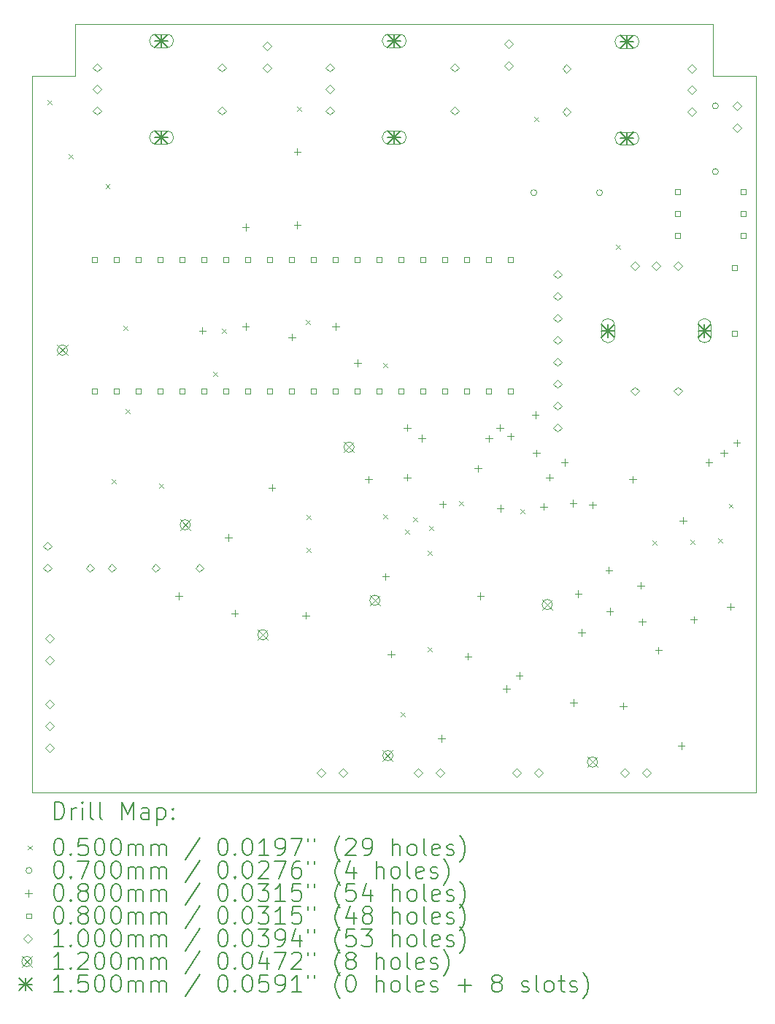
<source format=gbr>
%TF.GenerationSoftware,KiCad,Pcbnew,9.0.1*%
%TF.CreationDate,2025-05-23T09:46:43+02:00*%
%TF.ProjectId,PENDAII-Hardware,50454e44-4149-4492-9d48-617264776172,rev?*%
%TF.SameCoordinates,Original*%
%TF.FileFunction,Drillmap*%
%TF.FilePolarity,Positive*%
%FSLAX45Y45*%
G04 Gerber Fmt 4.5, Leading zero omitted, Abs format (unit mm)*
G04 Created by KiCad (PCBNEW 9.0.1) date 2025-05-23 09:46:43*
%MOMM*%
%LPD*%
G01*
G04 APERTURE LIST*
%ADD10C,0.050000*%
%ADD11C,0.200000*%
%ADD12C,0.100000*%
%ADD13C,0.120000*%
%ADD14C,0.150000*%
G04 APERTURE END LIST*
D10*
X4500000Y-4100000D02*
X4000000Y-4100000D01*
X12400000Y-4100000D02*
X12400000Y-12400000D01*
X4000000Y-4100000D02*
X4000000Y-12400000D01*
X4000000Y-12400000D02*
X12400000Y-12400000D01*
X12400000Y-4100000D02*
X11900000Y-4100000D01*
X4500000Y-3500000D02*
X4500000Y-4100000D01*
X11900000Y-4100000D02*
X11900000Y-3500000D01*
X11900000Y-3500000D02*
X4500000Y-3500000D01*
D11*
D12*
X4175000Y-4375000D02*
X4225000Y-4425000D01*
X4225000Y-4375000D02*
X4175000Y-4425000D01*
X4425000Y-5000000D02*
X4475000Y-5050000D01*
X4475000Y-5000000D02*
X4425000Y-5050000D01*
X4850000Y-5350000D02*
X4900000Y-5400000D01*
X4900000Y-5350000D02*
X4850000Y-5400000D01*
X4925000Y-8770000D02*
X4975000Y-8820000D01*
X4975000Y-8770000D02*
X4925000Y-8820000D01*
X5055000Y-6990000D02*
X5105000Y-7040000D01*
X5105000Y-6990000D02*
X5055000Y-7040000D01*
X5080000Y-7955000D02*
X5130000Y-8005000D01*
X5130000Y-7955000D02*
X5080000Y-8005000D01*
X5470000Y-8825000D02*
X5520000Y-8875000D01*
X5520000Y-8825000D02*
X5470000Y-8875000D01*
X6100000Y-7525000D02*
X6150000Y-7575000D01*
X6150000Y-7525000D02*
X6100000Y-7575000D01*
X6200000Y-7025000D02*
X6250000Y-7075000D01*
X6250000Y-7025000D02*
X6200000Y-7075000D01*
X7075000Y-4450000D02*
X7125000Y-4500000D01*
X7125000Y-4450000D02*
X7075000Y-4500000D01*
X7175000Y-6925000D02*
X7225000Y-6975000D01*
X7225000Y-6925000D02*
X7175000Y-6975000D01*
X7185000Y-9185000D02*
X7235000Y-9235000D01*
X7235000Y-9185000D02*
X7185000Y-9235000D01*
X7185000Y-9565000D02*
X7235000Y-9615000D01*
X7235000Y-9565000D02*
X7185000Y-9615000D01*
X8075000Y-7425000D02*
X8125000Y-7475000D01*
X8125000Y-7425000D02*
X8075000Y-7475000D01*
X8075000Y-9175000D02*
X8125000Y-9225000D01*
X8125000Y-9175000D02*
X8075000Y-9225000D01*
X8275000Y-11475000D02*
X8325000Y-11525000D01*
X8325000Y-11475000D02*
X8275000Y-11525000D01*
X8325000Y-9355000D02*
X8375000Y-9405000D01*
X8375000Y-9355000D02*
X8325000Y-9405000D01*
X8420000Y-9215000D02*
X8470000Y-9265000D01*
X8470000Y-9215000D02*
X8420000Y-9265000D01*
X8590000Y-9600000D02*
X8640000Y-9650000D01*
X8640000Y-9600000D02*
X8590000Y-9650000D01*
X8590000Y-10720000D02*
X8640000Y-10770000D01*
X8640000Y-10720000D02*
X8590000Y-10770000D01*
X8605000Y-9315000D02*
X8655000Y-9365000D01*
X8655000Y-9315000D02*
X8605000Y-9365000D01*
X8950000Y-9025000D02*
X9000000Y-9075000D01*
X9000000Y-9025000D02*
X8950000Y-9075000D01*
X9660000Y-9115000D02*
X9710000Y-9165000D01*
X9710000Y-9115000D02*
X9660000Y-9165000D01*
X9825000Y-4575000D02*
X9875000Y-4625000D01*
X9875000Y-4575000D02*
X9825000Y-4625000D01*
X10775000Y-6050000D02*
X10825000Y-6100000D01*
X10825000Y-6050000D02*
X10775000Y-6100000D01*
X11192000Y-9483000D02*
X11242000Y-9533000D01*
X11242000Y-9483000D02*
X11192000Y-9533000D01*
X11635000Y-9475000D02*
X11685000Y-9525000D01*
X11685000Y-9475000D02*
X11635000Y-9525000D01*
X11955000Y-9455000D02*
X12005000Y-9505000D01*
X12005000Y-9455000D02*
X11955000Y-9505000D01*
X12080000Y-9055000D02*
X12130000Y-9105000D01*
X12130000Y-9055000D02*
X12080000Y-9105000D01*
X9854000Y-5450000D02*
G75*
G02*
X9784000Y-5450000I-35000J0D01*
G01*
X9784000Y-5450000D02*
G75*
G02*
X9854000Y-5450000I35000J0D01*
G01*
X10616000Y-5450000D02*
G75*
G02*
X10546000Y-5450000I-35000J0D01*
G01*
X10546000Y-5450000D02*
G75*
G02*
X10616000Y-5450000I35000J0D01*
G01*
X11960000Y-4444000D02*
G75*
G02*
X11890000Y-4444000I-35000J0D01*
G01*
X11890000Y-4444000D02*
G75*
G02*
X11960000Y-4444000I35000J0D01*
G01*
X11960000Y-5206000D02*
G75*
G02*
X11890000Y-5206000I-35000J0D01*
G01*
X11890000Y-5206000D02*
G75*
G02*
X11960000Y-5206000I35000J0D01*
G01*
X5700000Y-10085000D02*
X5700000Y-10165000D01*
X5660000Y-10125000D02*
X5740000Y-10125000D01*
X5975000Y-7010000D02*
X5975000Y-7090000D01*
X5935000Y-7050000D02*
X6015000Y-7050000D01*
X6275000Y-9410000D02*
X6275000Y-9490000D01*
X6235000Y-9450000D02*
X6315000Y-9450000D01*
X6350000Y-10285000D02*
X6350000Y-10365000D01*
X6310000Y-10325000D02*
X6390000Y-10325000D01*
X6475000Y-5810000D02*
X6475000Y-5890000D01*
X6435000Y-5850000D02*
X6515000Y-5850000D01*
X6475000Y-6960000D02*
X6475000Y-7040000D01*
X6435000Y-7000000D02*
X6515000Y-7000000D01*
X6780000Y-8830000D02*
X6780000Y-8910000D01*
X6740000Y-8870000D02*
X6820000Y-8870000D01*
X7011000Y-7085000D02*
X7011000Y-7165000D01*
X6971000Y-7125000D02*
X7051000Y-7125000D01*
X7075000Y-4935000D02*
X7075000Y-5015000D01*
X7035000Y-4975000D02*
X7115000Y-4975000D01*
X7075000Y-5785000D02*
X7075000Y-5865000D01*
X7035000Y-5825000D02*
X7115000Y-5825000D01*
X7175000Y-10310000D02*
X7175000Y-10390000D01*
X7135000Y-10350000D02*
X7215000Y-10350000D01*
X7519000Y-6960000D02*
X7519000Y-7040000D01*
X7479000Y-7000000D02*
X7559000Y-7000000D01*
X7775000Y-7385000D02*
X7775000Y-7465000D01*
X7735000Y-7425000D02*
X7815000Y-7425000D01*
X7900000Y-8735000D02*
X7900000Y-8815000D01*
X7860000Y-8775000D02*
X7940000Y-8775000D01*
X8100000Y-9860000D02*
X8100000Y-9940000D01*
X8060000Y-9900000D02*
X8140000Y-9900000D01*
X8165000Y-10760000D02*
X8165000Y-10840000D01*
X8125000Y-10800000D02*
X8205000Y-10800000D01*
X8350000Y-8135000D02*
X8350000Y-8215000D01*
X8310000Y-8175000D02*
X8390000Y-8175000D01*
X8350000Y-8710000D02*
X8350000Y-8790000D01*
X8310000Y-8750000D02*
X8390000Y-8750000D01*
X8521250Y-8256250D02*
X8521250Y-8336250D01*
X8481250Y-8296250D02*
X8561250Y-8296250D01*
X8750000Y-11735000D02*
X8750000Y-11815000D01*
X8710000Y-11775000D02*
X8790000Y-11775000D01*
X8762500Y-9022500D02*
X8762500Y-9102500D01*
X8722500Y-9062500D02*
X8802500Y-9062500D01*
X9055000Y-10785000D02*
X9055000Y-10865000D01*
X9015000Y-10825000D02*
X9095000Y-10825000D01*
X9173000Y-8608000D02*
X9173000Y-8688000D01*
X9133000Y-8648000D02*
X9213000Y-8648000D01*
X9200000Y-10085000D02*
X9200000Y-10165000D01*
X9160000Y-10125000D02*
X9240000Y-10125000D01*
X9300000Y-8260000D02*
X9300000Y-8340000D01*
X9260000Y-8300000D02*
X9340000Y-8300000D01*
X9425000Y-8135000D02*
X9425000Y-8215000D01*
X9385000Y-8175000D02*
X9465000Y-8175000D01*
X9430000Y-9070000D02*
X9430000Y-9150000D01*
X9390000Y-9110000D02*
X9470000Y-9110000D01*
X9500000Y-11160000D02*
X9500000Y-11240000D01*
X9460000Y-11200000D02*
X9540000Y-11200000D01*
X9550000Y-8235000D02*
X9550000Y-8315000D01*
X9510000Y-8275000D02*
X9590000Y-8275000D01*
X9650000Y-11010000D02*
X9650000Y-11090000D01*
X9610000Y-11050000D02*
X9690000Y-11050000D01*
X9837500Y-7985000D02*
X9837500Y-8065000D01*
X9797500Y-8025000D02*
X9877500Y-8025000D01*
X9850000Y-8430000D02*
X9850000Y-8510000D01*
X9810000Y-8470000D02*
X9890000Y-8470000D01*
X9935000Y-9050000D02*
X9935000Y-9130000D01*
X9895000Y-9090000D02*
X9975000Y-9090000D01*
X10000000Y-8710000D02*
X10000000Y-8790000D01*
X9960000Y-8750000D02*
X10040000Y-8750000D01*
X10175000Y-8535000D02*
X10175000Y-8615000D01*
X10135000Y-8575000D02*
X10215000Y-8575000D01*
X10275000Y-9010000D02*
X10275000Y-9090000D01*
X10235000Y-9050000D02*
X10315000Y-9050000D01*
X10280000Y-11320000D02*
X10280000Y-11400000D01*
X10240000Y-11360000D02*
X10320000Y-11360000D01*
X10335000Y-10060000D02*
X10335000Y-10140000D01*
X10295000Y-10100000D02*
X10375000Y-10100000D01*
X10375000Y-10510000D02*
X10375000Y-10590000D01*
X10335000Y-10550000D02*
X10415000Y-10550000D01*
X10500000Y-9030000D02*
X10500000Y-9110000D01*
X10460000Y-9070000D02*
X10540000Y-9070000D01*
X10690000Y-9785000D02*
X10690000Y-9865000D01*
X10650000Y-9825000D02*
X10730000Y-9825000D01*
X10700000Y-10263750D02*
X10700000Y-10343750D01*
X10660000Y-10303750D02*
X10740000Y-10303750D01*
X10855000Y-11360000D02*
X10855000Y-11440000D01*
X10815000Y-11400000D02*
X10895000Y-11400000D01*
X10967000Y-8735000D02*
X10967000Y-8815000D01*
X10927000Y-8775000D02*
X11007000Y-8775000D01*
X11060000Y-9965000D02*
X11060000Y-10045000D01*
X11020000Y-10005000D02*
X11100000Y-10005000D01*
X11075000Y-10385000D02*
X11075000Y-10465000D01*
X11035000Y-10425000D02*
X11115000Y-10425000D01*
X11265000Y-10715000D02*
X11265000Y-10795000D01*
X11225000Y-10755000D02*
X11305000Y-10755000D01*
X11530000Y-11820000D02*
X11530000Y-11900000D01*
X11490000Y-11860000D02*
X11570000Y-11860000D01*
X11550000Y-9210000D02*
X11550000Y-9290000D01*
X11510000Y-9250000D02*
X11590000Y-9250000D01*
X11675000Y-10360000D02*
X11675000Y-10440000D01*
X11635000Y-10400000D02*
X11715000Y-10400000D01*
X11850000Y-8535000D02*
X11850000Y-8615000D01*
X11810000Y-8575000D02*
X11890000Y-8575000D01*
X12025000Y-8430000D02*
X12025000Y-8510000D01*
X11985000Y-8470000D02*
X12065000Y-8470000D01*
X12100000Y-10210000D02*
X12100000Y-10290000D01*
X12060000Y-10250000D02*
X12140000Y-10250000D01*
X12175000Y-8310000D02*
X12175000Y-8390000D01*
X12135000Y-8350000D02*
X12215000Y-8350000D01*
X4753285Y-6254284D02*
X4753285Y-6197715D01*
X4696716Y-6197715D01*
X4696716Y-6254284D01*
X4753285Y-6254284D01*
X4753285Y-7778284D02*
X4753285Y-7721715D01*
X4696716Y-7721715D01*
X4696716Y-7778284D01*
X4753285Y-7778284D01*
X5007285Y-6254284D02*
X5007285Y-6197715D01*
X4950716Y-6197715D01*
X4950716Y-6254284D01*
X5007285Y-6254284D01*
X5007285Y-7778284D02*
X5007285Y-7721715D01*
X4950716Y-7721715D01*
X4950716Y-7778284D01*
X5007285Y-7778284D01*
X5261285Y-6254284D02*
X5261285Y-6197715D01*
X5204716Y-6197715D01*
X5204716Y-6254284D01*
X5261285Y-6254284D01*
X5261285Y-7778284D02*
X5261285Y-7721715D01*
X5204716Y-7721715D01*
X5204716Y-7778284D01*
X5261285Y-7778284D01*
X5515285Y-6254284D02*
X5515285Y-6197715D01*
X5458716Y-6197715D01*
X5458716Y-6254284D01*
X5515285Y-6254284D01*
X5515285Y-7778284D02*
X5515285Y-7721715D01*
X5458716Y-7721715D01*
X5458716Y-7778284D01*
X5515285Y-7778284D01*
X5769284Y-6254284D02*
X5769284Y-6197715D01*
X5712715Y-6197715D01*
X5712715Y-6254284D01*
X5769284Y-6254284D01*
X5769284Y-7778284D02*
X5769284Y-7721715D01*
X5712715Y-7721715D01*
X5712715Y-7778284D01*
X5769284Y-7778284D01*
X6023284Y-6254284D02*
X6023284Y-6197715D01*
X5966715Y-6197715D01*
X5966715Y-6254284D01*
X6023284Y-6254284D01*
X6023284Y-7778284D02*
X6023284Y-7721715D01*
X5966715Y-7721715D01*
X5966715Y-7778284D01*
X6023284Y-7778284D01*
X6277284Y-6254284D02*
X6277284Y-6197715D01*
X6220715Y-6197715D01*
X6220715Y-6254284D01*
X6277284Y-6254284D01*
X6277284Y-7778284D02*
X6277284Y-7721715D01*
X6220715Y-7721715D01*
X6220715Y-7778284D01*
X6277284Y-7778284D01*
X6531284Y-6254284D02*
X6531284Y-6197715D01*
X6474715Y-6197715D01*
X6474715Y-6254284D01*
X6531284Y-6254284D01*
X6531284Y-7778284D02*
X6531284Y-7721715D01*
X6474715Y-7721715D01*
X6474715Y-7778284D01*
X6531284Y-7778284D01*
X6785284Y-6254284D02*
X6785284Y-6197715D01*
X6728715Y-6197715D01*
X6728715Y-6254284D01*
X6785284Y-6254284D01*
X6785284Y-7778284D02*
X6785284Y-7721715D01*
X6728715Y-7721715D01*
X6728715Y-7778284D01*
X6785284Y-7778284D01*
X7039284Y-6254284D02*
X7039284Y-6197715D01*
X6982715Y-6197715D01*
X6982715Y-6254284D01*
X7039284Y-6254284D01*
X7039284Y-7778284D02*
X7039284Y-7721715D01*
X6982715Y-7721715D01*
X6982715Y-7778284D01*
X7039284Y-7778284D01*
X7293284Y-6254284D02*
X7293284Y-6197715D01*
X7236715Y-6197715D01*
X7236715Y-6254284D01*
X7293284Y-6254284D01*
X7293284Y-7778284D02*
X7293284Y-7721715D01*
X7236715Y-7721715D01*
X7236715Y-7778284D01*
X7293284Y-7778284D01*
X7547284Y-6254284D02*
X7547284Y-6197715D01*
X7490715Y-6197715D01*
X7490715Y-6254284D01*
X7547284Y-6254284D01*
X7547284Y-7778284D02*
X7547284Y-7721715D01*
X7490715Y-7721715D01*
X7490715Y-7778284D01*
X7547284Y-7778284D01*
X7801284Y-6254284D02*
X7801284Y-6197715D01*
X7744715Y-6197715D01*
X7744715Y-6254284D01*
X7801284Y-6254284D01*
X7801284Y-7778284D02*
X7801284Y-7721715D01*
X7744715Y-7721715D01*
X7744715Y-7778284D01*
X7801284Y-7778284D01*
X8055284Y-6254284D02*
X8055284Y-6197715D01*
X7998715Y-6197715D01*
X7998715Y-6254284D01*
X8055284Y-6254284D01*
X8055284Y-7778284D02*
X8055284Y-7721715D01*
X7998715Y-7721715D01*
X7998715Y-7778284D01*
X8055284Y-7778284D01*
X8309284Y-6254284D02*
X8309284Y-6197715D01*
X8252715Y-6197715D01*
X8252715Y-6254284D01*
X8309284Y-6254284D01*
X8309284Y-7778284D02*
X8309284Y-7721715D01*
X8252715Y-7721715D01*
X8252715Y-7778284D01*
X8309284Y-7778284D01*
X8563285Y-6254284D02*
X8563285Y-6197715D01*
X8506716Y-6197715D01*
X8506716Y-6254284D01*
X8563285Y-6254284D01*
X8563285Y-7778284D02*
X8563285Y-7721715D01*
X8506716Y-7721715D01*
X8506716Y-7778284D01*
X8563285Y-7778284D01*
X8817285Y-6254284D02*
X8817285Y-6197715D01*
X8760716Y-6197715D01*
X8760716Y-6254284D01*
X8817285Y-6254284D01*
X8817285Y-7778284D02*
X8817285Y-7721715D01*
X8760716Y-7721715D01*
X8760716Y-7778284D01*
X8817285Y-7778284D01*
X9071285Y-6254284D02*
X9071285Y-6197715D01*
X9014716Y-6197715D01*
X9014716Y-6254284D01*
X9071285Y-6254284D01*
X9071285Y-7778284D02*
X9071285Y-7721715D01*
X9014716Y-7721715D01*
X9014716Y-7778284D01*
X9071285Y-7778284D01*
X9325285Y-6254284D02*
X9325285Y-6197715D01*
X9268716Y-6197715D01*
X9268716Y-6254284D01*
X9325285Y-6254284D01*
X9325285Y-7778284D02*
X9325285Y-7721715D01*
X9268716Y-7721715D01*
X9268716Y-7778284D01*
X9325285Y-7778284D01*
X9579285Y-6254284D02*
X9579285Y-6197715D01*
X9522716Y-6197715D01*
X9522716Y-6254284D01*
X9579285Y-6254284D01*
X9579285Y-7778284D02*
X9579285Y-7721715D01*
X9522716Y-7721715D01*
X9522716Y-7778284D01*
X9579285Y-7778284D01*
X11516284Y-5470285D02*
X11516284Y-5413716D01*
X11459715Y-5413716D01*
X11459715Y-5470285D01*
X11516284Y-5470285D01*
X11516284Y-5724284D02*
X11516284Y-5667715D01*
X11459715Y-5667715D01*
X11459715Y-5724284D01*
X11516284Y-5724284D01*
X11516284Y-5978284D02*
X11516284Y-5921715D01*
X11459715Y-5921715D01*
X11459715Y-5978284D01*
X11516284Y-5978284D01*
X12178284Y-6347284D02*
X12178284Y-6290715D01*
X12121715Y-6290715D01*
X12121715Y-6347284D01*
X12178284Y-6347284D01*
X12178284Y-7109284D02*
X12178284Y-7052715D01*
X12121715Y-7052715D01*
X12121715Y-7109284D01*
X12178284Y-7109284D01*
X12278284Y-5470285D02*
X12278284Y-5413716D01*
X12221715Y-5413716D01*
X12221715Y-5470285D01*
X12278284Y-5470285D01*
X12278284Y-5724284D02*
X12278284Y-5667715D01*
X12221715Y-5667715D01*
X12221715Y-5724284D01*
X12278284Y-5724284D01*
X12278284Y-5978284D02*
X12278284Y-5921715D01*
X12221715Y-5921715D01*
X12221715Y-5978284D01*
X12278284Y-5978284D01*
X4175000Y-9596000D02*
X4225000Y-9546000D01*
X4175000Y-9496000D01*
X4125000Y-9546000D01*
X4175000Y-9596000D01*
X4175000Y-9850000D02*
X4225000Y-9800000D01*
X4175000Y-9750000D01*
X4125000Y-9800000D01*
X4175000Y-9850000D01*
X4198750Y-10668750D02*
X4248750Y-10618750D01*
X4198750Y-10568750D01*
X4148750Y-10618750D01*
X4198750Y-10668750D01*
X4198750Y-10922750D02*
X4248750Y-10872750D01*
X4198750Y-10822750D01*
X4148750Y-10872750D01*
X4198750Y-10922750D01*
X4198750Y-11430750D02*
X4248750Y-11380750D01*
X4198750Y-11330750D01*
X4148750Y-11380750D01*
X4198750Y-11430750D01*
X4198750Y-11684750D02*
X4248750Y-11634750D01*
X4198750Y-11584750D01*
X4148750Y-11634750D01*
X4198750Y-11684750D01*
X4198750Y-11938750D02*
X4248750Y-11888750D01*
X4198750Y-11838750D01*
X4148750Y-11888750D01*
X4198750Y-11938750D01*
X4671000Y-9850000D02*
X4721000Y-9800000D01*
X4671000Y-9750000D01*
X4621000Y-9800000D01*
X4671000Y-9850000D01*
X4750000Y-4050000D02*
X4800000Y-4000000D01*
X4750000Y-3950000D01*
X4700000Y-4000000D01*
X4750000Y-4050000D01*
X4750000Y-4300000D02*
X4800000Y-4250000D01*
X4750000Y-4200000D01*
X4700000Y-4250000D01*
X4750000Y-4300000D01*
X4750000Y-4550000D02*
X4800000Y-4500000D01*
X4750000Y-4450000D01*
X4700000Y-4500000D01*
X4750000Y-4550000D01*
X4925000Y-9850000D02*
X4975000Y-9800000D01*
X4925000Y-9750000D01*
X4875000Y-9800000D01*
X4925000Y-9850000D01*
X5433000Y-9850000D02*
X5483000Y-9800000D01*
X5433000Y-9750000D01*
X5383000Y-9800000D01*
X5433000Y-9850000D01*
X5941000Y-9850000D02*
X5991000Y-9800000D01*
X5941000Y-9750000D01*
X5891000Y-9800000D01*
X5941000Y-9850000D01*
X6200000Y-4050000D02*
X6250000Y-4000000D01*
X6200000Y-3950000D01*
X6150000Y-4000000D01*
X6200000Y-4050000D01*
X6200000Y-4550000D02*
X6250000Y-4500000D01*
X6200000Y-4450000D01*
X6150000Y-4500000D01*
X6200000Y-4550000D01*
X6725000Y-3798500D02*
X6775000Y-3748500D01*
X6725000Y-3698500D01*
X6675000Y-3748500D01*
X6725000Y-3798500D01*
X6725000Y-4052500D02*
X6775000Y-4002500D01*
X6725000Y-3952500D01*
X6675000Y-4002500D01*
X6725000Y-4052500D01*
X7348500Y-12225000D02*
X7398500Y-12175000D01*
X7348500Y-12125000D01*
X7298500Y-12175000D01*
X7348500Y-12225000D01*
X7450000Y-4050000D02*
X7500000Y-4000000D01*
X7450000Y-3950000D01*
X7400000Y-4000000D01*
X7450000Y-4050000D01*
X7450000Y-4300000D02*
X7500000Y-4250000D01*
X7450000Y-4200000D01*
X7400000Y-4250000D01*
X7450000Y-4300000D01*
X7450000Y-4550000D02*
X7500000Y-4500000D01*
X7450000Y-4450000D01*
X7400000Y-4500000D01*
X7450000Y-4550000D01*
X7602500Y-12225000D02*
X7652500Y-12175000D01*
X7602500Y-12125000D01*
X7552500Y-12175000D01*
X7602500Y-12225000D01*
X8475000Y-12225000D02*
X8525000Y-12175000D01*
X8475000Y-12125000D01*
X8425000Y-12175000D01*
X8475000Y-12225000D01*
X8729000Y-12225000D02*
X8779000Y-12175000D01*
X8729000Y-12125000D01*
X8679000Y-12175000D01*
X8729000Y-12225000D01*
X8900000Y-4050000D02*
X8950000Y-4000000D01*
X8900000Y-3950000D01*
X8850000Y-4000000D01*
X8900000Y-4050000D01*
X8900000Y-4550000D02*
X8950000Y-4500000D01*
X8900000Y-4450000D01*
X8850000Y-4500000D01*
X8900000Y-4550000D01*
X9525000Y-3773500D02*
X9575000Y-3723500D01*
X9525000Y-3673500D01*
X9475000Y-3723500D01*
X9525000Y-3773500D01*
X9525000Y-4027500D02*
X9575000Y-3977500D01*
X9525000Y-3927500D01*
X9475000Y-3977500D01*
X9525000Y-4027500D01*
X9623500Y-12225000D02*
X9673500Y-12175000D01*
X9623500Y-12125000D01*
X9573500Y-12175000D01*
X9623500Y-12225000D01*
X9877500Y-12225000D02*
X9927500Y-12175000D01*
X9877500Y-12125000D01*
X9827500Y-12175000D01*
X9877500Y-12225000D01*
X10097500Y-6446000D02*
X10147500Y-6396000D01*
X10097500Y-6346000D01*
X10047500Y-6396000D01*
X10097500Y-6446000D01*
X10097500Y-6700000D02*
X10147500Y-6650000D01*
X10097500Y-6600000D01*
X10047500Y-6650000D01*
X10097500Y-6700000D01*
X10097500Y-6954000D02*
X10147500Y-6904000D01*
X10097500Y-6854000D01*
X10047500Y-6904000D01*
X10097500Y-6954000D01*
X10097500Y-7208000D02*
X10147500Y-7158000D01*
X10097500Y-7108000D01*
X10047500Y-7158000D01*
X10097500Y-7208000D01*
X10097500Y-7462000D02*
X10147500Y-7412000D01*
X10097500Y-7362000D01*
X10047500Y-7412000D01*
X10097500Y-7462000D01*
X10097500Y-7716000D02*
X10147500Y-7666000D01*
X10097500Y-7616000D01*
X10047500Y-7666000D01*
X10097500Y-7716000D01*
X10097500Y-7970000D02*
X10147500Y-7920000D01*
X10097500Y-7870000D01*
X10047500Y-7920000D01*
X10097500Y-7970000D01*
X10097500Y-8224000D02*
X10147500Y-8174000D01*
X10097500Y-8124000D01*
X10047500Y-8174000D01*
X10097500Y-8224000D01*
X10200000Y-4060000D02*
X10250000Y-4010000D01*
X10200000Y-3960000D01*
X10150000Y-4010000D01*
X10200000Y-4060000D01*
X10200000Y-4560000D02*
X10250000Y-4510000D01*
X10200000Y-4460000D01*
X10150000Y-4510000D01*
X10200000Y-4560000D01*
X10873500Y-12225000D02*
X10923500Y-12175000D01*
X10873500Y-12125000D01*
X10823500Y-12175000D01*
X10873500Y-12225000D01*
X10990000Y-6350000D02*
X11040000Y-6300000D01*
X10990000Y-6250000D01*
X10940000Y-6300000D01*
X10990000Y-6350000D01*
X10990000Y-7800000D02*
X11040000Y-7750000D01*
X10990000Y-7700000D01*
X10940000Y-7750000D01*
X10990000Y-7800000D01*
X11127500Y-12225000D02*
X11177500Y-12175000D01*
X11127500Y-12125000D01*
X11077500Y-12175000D01*
X11127500Y-12225000D01*
X11240000Y-6350000D02*
X11290000Y-6300000D01*
X11240000Y-6250000D01*
X11190000Y-6300000D01*
X11240000Y-6350000D01*
X11490000Y-6350000D02*
X11540000Y-6300000D01*
X11490000Y-6250000D01*
X11440000Y-6300000D01*
X11490000Y-6350000D01*
X11490000Y-7800000D02*
X11540000Y-7750000D01*
X11490000Y-7700000D01*
X11440000Y-7750000D01*
X11490000Y-7800000D01*
X11650000Y-4060000D02*
X11700000Y-4010000D01*
X11650000Y-3960000D01*
X11600000Y-4010000D01*
X11650000Y-4060000D01*
X11650000Y-4310000D02*
X11700000Y-4260000D01*
X11650000Y-4210000D01*
X11600000Y-4260000D01*
X11650000Y-4310000D01*
X11650000Y-4560000D02*
X11700000Y-4510000D01*
X11650000Y-4460000D01*
X11600000Y-4510000D01*
X11650000Y-4560000D01*
X12175000Y-4497500D02*
X12225000Y-4447500D01*
X12175000Y-4397500D01*
X12125000Y-4447500D01*
X12175000Y-4497500D01*
X12175000Y-4751500D02*
X12225000Y-4701500D01*
X12175000Y-4651500D01*
X12125000Y-4701500D01*
X12175000Y-4751500D01*
D13*
X4290000Y-7215000D02*
X4410000Y-7335000D01*
X4410000Y-7215000D02*
X4290000Y-7335000D01*
X4410000Y-7275000D02*
G75*
G02*
X4290000Y-7275000I-60000J0D01*
G01*
X4290000Y-7275000D02*
G75*
G02*
X4410000Y-7275000I60000J0D01*
G01*
X5715000Y-9240000D02*
X5835000Y-9360000D01*
X5835000Y-9240000D02*
X5715000Y-9360000D01*
X5835000Y-9300000D02*
G75*
G02*
X5715000Y-9300000I-60000J0D01*
G01*
X5715000Y-9300000D02*
G75*
G02*
X5835000Y-9300000I60000J0D01*
G01*
X6615000Y-10515000D02*
X6735000Y-10635000D01*
X6735000Y-10515000D02*
X6615000Y-10635000D01*
X6735000Y-10575000D02*
G75*
G02*
X6615000Y-10575000I-60000J0D01*
G01*
X6615000Y-10575000D02*
G75*
G02*
X6735000Y-10575000I60000J0D01*
G01*
X7615000Y-8340000D02*
X7735000Y-8460000D01*
X7735000Y-8340000D02*
X7615000Y-8460000D01*
X7735000Y-8400000D02*
G75*
G02*
X7615000Y-8400000I-60000J0D01*
G01*
X7615000Y-8400000D02*
G75*
G02*
X7735000Y-8400000I60000J0D01*
G01*
X7915000Y-10115000D02*
X8035000Y-10235000D01*
X8035000Y-10115000D02*
X7915000Y-10235000D01*
X8035000Y-10175000D02*
G75*
G02*
X7915000Y-10175000I-60000J0D01*
G01*
X7915000Y-10175000D02*
G75*
G02*
X8035000Y-10175000I60000J0D01*
G01*
X8065000Y-11915000D02*
X8185000Y-12035000D01*
X8185000Y-11915000D02*
X8065000Y-12035000D01*
X8185000Y-11975000D02*
G75*
G02*
X8065000Y-11975000I-60000J0D01*
G01*
X8065000Y-11975000D02*
G75*
G02*
X8185000Y-11975000I60000J0D01*
G01*
X9915000Y-10165000D02*
X10035000Y-10285000D01*
X10035000Y-10165000D02*
X9915000Y-10285000D01*
X10035000Y-10225000D02*
G75*
G02*
X9915000Y-10225000I-60000J0D01*
G01*
X9915000Y-10225000D02*
G75*
G02*
X10035000Y-10225000I60000J0D01*
G01*
X10440000Y-11990000D02*
X10560000Y-12110000D01*
X10560000Y-11990000D02*
X10440000Y-12110000D01*
X10560000Y-12050000D02*
G75*
G02*
X10440000Y-12050000I-60000J0D01*
G01*
X10440000Y-12050000D02*
G75*
G02*
X10560000Y-12050000I60000J0D01*
G01*
D14*
X5425000Y-3615000D02*
X5575000Y-3765000D01*
X5575000Y-3615000D02*
X5425000Y-3765000D01*
X5500000Y-3615000D02*
X5500000Y-3765000D01*
X5425000Y-3690000D02*
X5575000Y-3690000D01*
D12*
X5435000Y-3765000D02*
X5565000Y-3765000D01*
X5565000Y-3615000D02*
G75*
G02*
X5565000Y-3765000I0J-75000D01*
G01*
X5565000Y-3615000D02*
X5435000Y-3615000D01*
X5435000Y-3615000D02*
G75*
G03*
X5435000Y-3765000I0J-75000D01*
G01*
D14*
X5425000Y-4735000D02*
X5575000Y-4885000D01*
X5575000Y-4735000D02*
X5425000Y-4885000D01*
X5500000Y-4735000D02*
X5500000Y-4885000D01*
X5425000Y-4810000D02*
X5575000Y-4810000D01*
D12*
X5435000Y-4885000D02*
X5565000Y-4885000D01*
X5565000Y-4735000D02*
G75*
G02*
X5565000Y-4885000I0J-75000D01*
G01*
X5565000Y-4735000D02*
X5435000Y-4735000D01*
X5435000Y-4735000D02*
G75*
G03*
X5435000Y-4885000I0J-75000D01*
G01*
D14*
X8125000Y-3615000D02*
X8275000Y-3765000D01*
X8275000Y-3615000D02*
X8125000Y-3765000D01*
X8200000Y-3615000D02*
X8200000Y-3765000D01*
X8125000Y-3690000D02*
X8275000Y-3690000D01*
D12*
X8135000Y-3765000D02*
X8265000Y-3765000D01*
X8265000Y-3615000D02*
G75*
G02*
X8265000Y-3765000I0J-75000D01*
G01*
X8265000Y-3615000D02*
X8135000Y-3615000D01*
X8135000Y-3615000D02*
G75*
G03*
X8135000Y-3765000I0J-75000D01*
G01*
D14*
X8125000Y-4735000D02*
X8275000Y-4885000D01*
X8275000Y-4735000D02*
X8125000Y-4885000D01*
X8200000Y-4735000D02*
X8200000Y-4885000D01*
X8125000Y-4810000D02*
X8275000Y-4810000D01*
D12*
X8135000Y-4885000D02*
X8265000Y-4885000D01*
X8265000Y-4735000D02*
G75*
G02*
X8265000Y-4885000I0J-75000D01*
G01*
X8265000Y-4735000D02*
X8135000Y-4735000D01*
X8135000Y-4735000D02*
G75*
G03*
X8135000Y-4885000I0J-75000D01*
G01*
D14*
X10605000Y-6975000D02*
X10755000Y-7125000D01*
X10755000Y-6975000D02*
X10605000Y-7125000D01*
X10680000Y-6975000D02*
X10680000Y-7125000D01*
X10605000Y-7050000D02*
X10755000Y-7050000D01*
D12*
X10605000Y-6985000D02*
X10605000Y-7115000D01*
X10755000Y-7115000D02*
G75*
G02*
X10605000Y-7115000I-75000J0D01*
G01*
X10755000Y-7115000D02*
X10755000Y-6985000D01*
X10755000Y-6985000D02*
G75*
G03*
X10605000Y-6985000I-75000J0D01*
G01*
D14*
X10825000Y-3625000D02*
X10975000Y-3775000D01*
X10975000Y-3625000D02*
X10825000Y-3775000D01*
X10900000Y-3625000D02*
X10900000Y-3775000D01*
X10825000Y-3700000D02*
X10975000Y-3700000D01*
D12*
X10965000Y-3625000D02*
X10835000Y-3625000D01*
X10835000Y-3775000D02*
G75*
G02*
X10835000Y-3625000I0J75000D01*
G01*
X10835000Y-3775000D02*
X10965000Y-3775000D01*
X10965000Y-3775000D02*
G75*
G03*
X10965000Y-3625000I0J75000D01*
G01*
D14*
X10825000Y-4745000D02*
X10975000Y-4895000D01*
X10975000Y-4745000D02*
X10825000Y-4895000D01*
X10900000Y-4745000D02*
X10900000Y-4895000D01*
X10825000Y-4820000D02*
X10975000Y-4820000D01*
D12*
X10965000Y-4745000D02*
X10835000Y-4745000D01*
X10835000Y-4895000D02*
G75*
G02*
X10835000Y-4745000I0J75000D01*
G01*
X10835000Y-4895000D02*
X10965000Y-4895000D01*
X10965000Y-4895000D02*
G75*
G03*
X10965000Y-4745000I0J75000D01*
G01*
D14*
X11725000Y-6975000D02*
X11875000Y-7125000D01*
X11875000Y-6975000D02*
X11725000Y-7125000D01*
X11800000Y-6975000D02*
X11800000Y-7125000D01*
X11725000Y-7050000D02*
X11875000Y-7050000D01*
D12*
X11725000Y-6985000D02*
X11725000Y-7115000D01*
X11875000Y-7115000D02*
G75*
G02*
X11725000Y-7115000I-75000J0D01*
G01*
X11875000Y-7115000D02*
X11875000Y-6985000D01*
X11875000Y-6985000D02*
G75*
G03*
X11725000Y-6985000I-75000J0D01*
G01*
D11*
X4258277Y-12713984D02*
X4258277Y-12513984D01*
X4258277Y-12513984D02*
X4305896Y-12513984D01*
X4305896Y-12513984D02*
X4334467Y-12523508D01*
X4334467Y-12523508D02*
X4353515Y-12542555D01*
X4353515Y-12542555D02*
X4363039Y-12561603D01*
X4363039Y-12561603D02*
X4372563Y-12599698D01*
X4372563Y-12599698D02*
X4372563Y-12628269D01*
X4372563Y-12628269D02*
X4363039Y-12666365D01*
X4363039Y-12666365D02*
X4353515Y-12685412D01*
X4353515Y-12685412D02*
X4334467Y-12704460D01*
X4334467Y-12704460D02*
X4305896Y-12713984D01*
X4305896Y-12713984D02*
X4258277Y-12713984D01*
X4458277Y-12713984D02*
X4458277Y-12580650D01*
X4458277Y-12618746D02*
X4467801Y-12599698D01*
X4467801Y-12599698D02*
X4477324Y-12590174D01*
X4477324Y-12590174D02*
X4496372Y-12580650D01*
X4496372Y-12580650D02*
X4515420Y-12580650D01*
X4582086Y-12713984D02*
X4582086Y-12580650D01*
X4582086Y-12513984D02*
X4572563Y-12523508D01*
X4572563Y-12523508D02*
X4582086Y-12533031D01*
X4582086Y-12533031D02*
X4591610Y-12523508D01*
X4591610Y-12523508D02*
X4582086Y-12513984D01*
X4582086Y-12513984D02*
X4582086Y-12533031D01*
X4705896Y-12713984D02*
X4686848Y-12704460D01*
X4686848Y-12704460D02*
X4677324Y-12685412D01*
X4677324Y-12685412D02*
X4677324Y-12513984D01*
X4810658Y-12713984D02*
X4791610Y-12704460D01*
X4791610Y-12704460D02*
X4782086Y-12685412D01*
X4782086Y-12685412D02*
X4782086Y-12513984D01*
X5039229Y-12713984D02*
X5039229Y-12513984D01*
X5039229Y-12513984D02*
X5105896Y-12656841D01*
X5105896Y-12656841D02*
X5172563Y-12513984D01*
X5172563Y-12513984D02*
X5172563Y-12713984D01*
X5353515Y-12713984D02*
X5353515Y-12609222D01*
X5353515Y-12609222D02*
X5343991Y-12590174D01*
X5343991Y-12590174D02*
X5324944Y-12580650D01*
X5324944Y-12580650D02*
X5286848Y-12580650D01*
X5286848Y-12580650D02*
X5267801Y-12590174D01*
X5353515Y-12704460D02*
X5334467Y-12713984D01*
X5334467Y-12713984D02*
X5286848Y-12713984D01*
X5286848Y-12713984D02*
X5267801Y-12704460D01*
X5267801Y-12704460D02*
X5258277Y-12685412D01*
X5258277Y-12685412D02*
X5258277Y-12666365D01*
X5258277Y-12666365D02*
X5267801Y-12647317D01*
X5267801Y-12647317D02*
X5286848Y-12637793D01*
X5286848Y-12637793D02*
X5334467Y-12637793D01*
X5334467Y-12637793D02*
X5353515Y-12628269D01*
X5448753Y-12580650D02*
X5448753Y-12780650D01*
X5448753Y-12590174D02*
X5467801Y-12580650D01*
X5467801Y-12580650D02*
X5505896Y-12580650D01*
X5505896Y-12580650D02*
X5524944Y-12590174D01*
X5524944Y-12590174D02*
X5534467Y-12599698D01*
X5534467Y-12599698D02*
X5543991Y-12618746D01*
X5543991Y-12618746D02*
X5543991Y-12675888D01*
X5543991Y-12675888D02*
X5534467Y-12694936D01*
X5534467Y-12694936D02*
X5524944Y-12704460D01*
X5524944Y-12704460D02*
X5505896Y-12713984D01*
X5505896Y-12713984D02*
X5467801Y-12713984D01*
X5467801Y-12713984D02*
X5448753Y-12704460D01*
X5629705Y-12694936D02*
X5639229Y-12704460D01*
X5639229Y-12704460D02*
X5629705Y-12713984D01*
X5629705Y-12713984D02*
X5620182Y-12704460D01*
X5620182Y-12704460D02*
X5629705Y-12694936D01*
X5629705Y-12694936D02*
X5629705Y-12713984D01*
X5629705Y-12590174D02*
X5639229Y-12599698D01*
X5639229Y-12599698D02*
X5629705Y-12609222D01*
X5629705Y-12609222D02*
X5620182Y-12599698D01*
X5620182Y-12599698D02*
X5629705Y-12590174D01*
X5629705Y-12590174D02*
X5629705Y-12609222D01*
D12*
X3947500Y-13017500D02*
X3997500Y-13067500D01*
X3997500Y-13017500D02*
X3947500Y-13067500D01*
D11*
X4296372Y-12933984D02*
X4315420Y-12933984D01*
X4315420Y-12933984D02*
X4334467Y-12943508D01*
X4334467Y-12943508D02*
X4343991Y-12953031D01*
X4343991Y-12953031D02*
X4353515Y-12972079D01*
X4353515Y-12972079D02*
X4363039Y-13010174D01*
X4363039Y-13010174D02*
X4363039Y-13057793D01*
X4363039Y-13057793D02*
X4353515Y-13095888D01*
X4353515Y-13095888D02*
X4343991Y-13114936D01*
X4343991Y-13114936D02*
X4334467Y-13124460D01*
X4334467Y-13124460D02*
X4315420Y-13133984D01*
X4315420Y-13133984D02*
X4296372Y-13133984D01*
X4296372Y-13133984D02*
X4277324Y-13124460D01*
X4277324Y-13124460D02*
X4267801Y-13114936D01*
X4267801Y-13114936D02*
X4258277Y-13095888D01*
X4258277Y-13095888D02*
X4248753Y-13057793D01*
X4248753Y-13057793D02*
X4248753Y-13010174D01*
X4248753Y-13010174D02*
X4258277Y-12972079D01*
X4258277Y-12972079D02*
X4267801Y-12953031D01*
X4267801Y-12953031D02*
X4277324Y-12943508D01*
X4277324Y-12943508D02*
X4296372Y-12933984D01*
X4448753Y-13114936D02*
X4458277Y-13124460D01*
X4458277Y-13124460D02*
X4448753Y-13133984D01*
X4448753Y-13133984D02*
X4439229Y-13124460D01*
X4439229Y-13124460D02*
X4448753Y-13114936D01*
X4448753Y-13114936D02*
X4448753Y-13133984D01*
X4639229Y-12933984D02*
X4543991Y-12933984D01*
X4543991Y-12933984D02*
X4534467Y-13029222D01*
X4534467Y-13029222D02*
X4543991Y-13019698D01*
X4543991Y-13019698D02*
X4563039Y-13010174D01*
X4563039Y-13010174D02*
X4610658Y-13010174D01*
X4610658Y-13010174D02*
X4629705Y-13019698D01*
X4629705Y-13019698D02*
X4639229Y-13029222D01*
X4639229Y-13029222D02*
X4648753Y-13048269D01*
X4648753Y-13048269D02*
X4648753Y-13095888D01*
X4648753Y-13095888D02*
X4639229Y-13114936D01*
X4639229Y-13114936D02*
X4629705Y-13124460D01*
X4629705Y-13124460D02*
X4610658Y-13133984D01*
X4610658Y-13133984D02*
X4563039Y-13133984D01*
X4563039Y-13133984D02*
X4543991Y-13124460D01*
X4543991Y-13124460D02*
X4534467Y-13114936D01*
X4772563Y-12933984D02*
X4791610Y-12933984D01*
X4791610Y-12933984D02*
X4810658Y-12943508D01*
X4810658Y-12943508D02*
X4820182Y-12953031D01*
X4820182Y-12953031D02*
X4829705Y-12972079D01*
X4829705Y-12972079D02*
X4839229Y-13010174D01*
X4839229Y-13010174D02*
X4839229Y-13057793D01*
X4839229Y-13057793D02*
X4829705Y-13095888D01*
X4829705Y-13095888D02*
X4820182Y-13114936D01*
X4820182Y-13114936D02*
X4810658Y-13124460D01*
X4810658Y-13124460D02*
X4791610Y-13133984D01*
X4791610Y-13133984D02*
X4772563Y-13133984D01*
X4772563Y-13133984D02*
X4753515Y-13124460D01*
X4753515Y-13124460D02*
X4743991Y-13114936D01*
X4743991Y-13114936D02*
X4734467Y-13095888D01*
X4734467Y-13095888D02*
X4724944Y-13057793D01*
X4724944Y-13057793D02*
X4724944Y-13010174D01*
X4724944Y-13010174D02*
X4734467Y-12972079D01*
X4734467Y-12972079D02*
X4743991Y-12953031D01*
X4743991Y-12953031D02*
X4753515Y-12943508D01*
X4753515Y-12943508D02*
X4772563Y-12933984D01*
X4963039Y-12933984D02*
X4982086Y-12933984D01*
X4982086Y-12933984D02*
X5001134Y-12943508D01*
X5001134Y-12943508D02*
X5010658Y-12953031D01*
X5010658Y-12953031D02*
X5020182Y-12972079D01*
X5020182Y-12972079D02*
X5029705Y-13010174D01*
X5029705Y-13010174D02*
X5029705Y-13057793D01*
X5029705Y-13057793D02*
X5020182Y-13095888D01*
X5020182Y-13095888D02*
X5010658Y-13114936D01*
X5010658Y-13114936D02*
X5001134Y-13124460D01*
X5001134Y-13124460D02*
X4982086Y-13133984D01*
X4982086Y-13133984D02*
X4963039Y-13133984D01*
X4963039Y-13133984D02*
X4943991Y-13124460D01*
X4943991Y-13124460D02*
X4934467Y-13114936D01*
X4934467Y-13114936D02*
X4924944Y-13095888D01*
X4924944Y-13095888D02*
X4915420Y-13057793D01*
X4915420Y-13057793D02*
X4915420Y-13010174D01*
X4915420Y-13010174D02*
X4924944Y-12972079D01*
X4924944Y-12972079D02*
X4934467Y-12953031D01*
X4934467Y-12953031D02*
X4943991Y-12943508D01*
X4943991Y-12943508D02*
X4963039Y-12933984D01*
X5115420Y-13133984D02*
X5115420Y-13000650D01*
X5115420Y-13019698D02*
X5124944Y-13010174D01*
X5124944Y-13010174D02*
X5143991Y-13000650D01*
X5143991Y-13000650D02*
X5172563Y-13000650D01*
X5172563Y-13000650D02*
X5191610Y-13010174D01*
X5191610Y-13010174D02*
X5201134Y-13029222D01*
X5201134Y-13029222D02*
X5201134Y-13133984D01*
X5201134Y-13029222D02*
X5210658Y-13010174D01*
X5210658Y-13010174D02*
X5229705Y-13000650D01*
X5229705Y-13000650D02*
X5258277Y-13000650D01*
X5258277Y-13000650D02*
X5277325Y-13010174D01*
X5277325Y-13010174D02*
X5286848Y-13029222D01*
X5286848Y-13029222D02*
X5286848Y-13133984D01*
X5382086Y-13133984D02*
X5382086Y-13000650D01*
X5382086Y-13019698D02*
X5391610Y-13010174D01*
X5391610Y-13010174D02*
X5410658Y-13000650D01*
X5410658Y-13000650D02*
X5439229Y-13000650D01*
X5439229Y-13000650D02*
X5458277Y-13010174D01*
X5458277Y-13010174D02*
X5467801Y-13029222D01*
X5467801Y-13029222D02*
X5467801Y-13133984D01*
X5467801Y-13029222D02*
X5477325Y-13010174D01*
X5477325Y-13010174D02*
X5496372Y-13000650D01*
X5496372Y-13000650D02*
X5524944Y-13000650D01*
X5524944Y-13000650D02*
X5543991Y-13010174D01*
X5543991Y-13010174D02*
X5553515Y-13029222D01*
X5553515Y-13029222D02*
X5553515Y-13133984D01*
X5943991Y-12924460D02*
X5772563Y-13181603D01*
X6201134Y-12933984D02*
X6220182Y-12933984D01*
X6220182Y-12933984D02*
X6239229Y-12943508D01*
X6239229Y-12943508D02*
X6248753Y-12953031D01*
X6248753Y-12953031D02*
X6258277Y-12972079D01*
X6258277Y-12972079D02*
X6267801Y-13010174D01*
X6267801Y-13010174D02*
X6267801Y-13057793D01*
X6267801Y-13057793D02*
X6258277Y-13095888D01*
X6258277Y-13095888D02*
X6248753Y-13114936D01*
X6248753Y-13114936D02*
X6239229Y-13124460D01*
X6239229Y-13124460D02*
X6220182Y-13133984D01*
X6220182Y-13133984D02*
X6201134Y-13133984D01*
X6201134Y-13133984D02*
X6182086Y-13124460D01*
X6182086Y-13124460D02*
X6172563Y-13114936D01*
X6172563Y-13114936D02*
X6163039Y-13095888D01*
X6163039Y-13095888D02*
X6153515Y-13057793D01*
X6153515Y-13057793D02*
X6153515Y-13010174D01*
X6153515Y-13010174D02*
X6163039Y-12972079D01*
X6163039Y-12972079D02*
X6172563Y-12953031D01*
X6172563Y-12953031D02*
X6182086Y-12943508D01*
X6182086Y-12943508D02*
X6201134Y-12933984D01*
X6353515Y-13114936D02*
X6363039Y-13124460D01*
X6363039Y-13124460D02*
X6353515Y-13133984D01*
X6353515Y-13133984D02*
X6343991Y-13124460D01*
X6343991Y-13124460D02*
X6353515Y-13114936D01*
X6353515Y-13114936D02*
X6353515Y-13133984D01*
X6486848Y-12933984D02*
X6505896Y-12933984D01*
X6505896Y-12933984D02*
X6524944Y-12943508D01*
X6524944Y-12943508D02*
X6534467Y-12953031D01*
X6534467Y-12953031D02*
X6543991Y-12972079D01*
X6543991Y-12972079D02*
X6553515Y-13010174D01*
X6553515Y-13010174D02*
X6553515Y-13057793D01*
X6553515Y-13057793D02*
X6543991Y-13095888D01*
X6543991Y-13095888D02*
X6534467Y-13114936D01*
X6534467Y-13114936D02*
X6524944Y-13124460D01*
X6524944Y-13124460D02*
X6505896Y-13133984D01*
X6505896Y-13133984D02*
X6486848Y-13133984D01*
X6486848Y-13133984D02*
X6467801Y-13124460D01*
X6467801Y-13124460D02*
X6458277Y-13114936D01*
X6458277Y-13114936D02*
X6448753Y-13095888D01*
X6448753Y-13095888D02*
X6439229Y-13057793D01*
X6439229Y-13057793D02*
X6439229Y-13010174D01*
X6439229Y-13010174D02*
X6448753Y-12972079D01*
X6448753Y-12972079D02*
X6458277Y-12953031D01*
X6458277Y-12953031D02*
X6467801Y-12943508D01*
X6467801Y-12943508D02*
X6486848Y-12933984D01*
X6743991Y-13133984D02*
X6629706Y-13133984D01*
X6686848Y-13133984D02*
X6686848Y-12933984D01*
X6686848Y-12933984D02*
X6667801Y-12962555D01*
X6667801Y-12962555D02*
X6648753Y-12981603D01*
X6648753Y-12981603D02*
X6629706Y-12991127D01*
X6839229Y-13133984D02*
X6877325Y-13133984D01*
X6877325Y-13133984D02*
X6896372Y-13124460D01*
X6896372Y-13124460D02*
X6905896Y-13114936D01*
X6905896Y-13114936D02*
X6924944Y-13086365D01*
X6924944Y-13086365D02*
X6934467Y-13048269D01*
X6934467Y-13048269D02*
X6934467Y-12972079D01*
X6934467Y-12972079D02*
X6924944Y-12953031D01*
X6924944Y-12953031D02*
X6915420Y-12943508D01*
X6915420Y-12943508D02*
X6896372Y-12933984D01*
X6896372Y-12933984D02*
X6858277Y-12933984D01*
X6858277Y-12933984D02*
X6839229Y-12943508D01*
X6839229Y-12943508D02*
X6829706Y-12953031D01*
X6829706Y-12953031D02*
X6820182Y-12972079D01*
X6820182Y-12972079D02*
X6820182Y-13019698D01*
X6820182Y-13019698D02*
X6829706Y-13038746D01*
X6829706Y-13038746D02*
X6839229Y-13048269D01*
X6839229Y-13048269D02*
X6858277Y-13057793D01*
X6858277Y-13057793D02*
X6896372Y-13057793D01*
X6896372Y-13057793D02*
X6915420Y-13048269D01*
X6915420Y-13048269D02*
X6924944Y-13038746D01*
X6924944Y-13038746D02*
X6934467Y-13019698D01*
X7001134Y-12933984D02*
X7134467Y-12933984D01*
X7134467Y-12933984D02*
X7048753Y-13133984D01*
X7201134Y-12933984D02*
X7201134Y-12972079D01*
X7277325Y-12933984D02*
X7277325Y-12972079D01*
X7572563Y-13210174D02*
X7563039Y-13200650D01*
X7563039Y-13200650D02*
X7543991Y-13172079D01*
X7543991Y-13172079D02*
X7534468Y-13153031D01*
X7534468Y-13153031D02*
X7524944Y-13124460D01*
X7524944Y-13124460D02*
X7515420Y-13076841D01*
X7515420Y-13076841D02*
X7515420Y-13038746D01*
X7515420Y-13038746D02*
X7524944Y-12991127D01*
X7524944Y-12991127D02*
X7534468Y-12962555D01*
X7534468Y-12962555D02*
X7543991Y-12943508D01*
X7543991Y-12943508D02*
X7563039Y-12914936D01*
X7563039Y-12914936D02*
X7572563Y-12905412D01*
X7639229Y-12953031D02*
X7648753Y-12943508D01*
X7648753Y-12943508D02*
X7667801Y-12933984D01*
X7667801Y-12933984D02*
X7715420Y-12933984D01*
X7715420Y-12933984D02*
X7734468Y-12943508D01*
X7734468Y-12943508D02*
X7743991Y-12953031D01*
X7743991Y-12953031D02*
X7753515Y-12972079D01*
X7753515Y-12972079D02*
X7753515Y-12991127D01*
X7753515Y-12991127D02*
X7743991Y-13019698D01*
X7743991Y-13019698D02*
X7629706Y-13133984D01*
X7629706Y-13133984D02*
X7753515Y-13133984D01*
X7848753Y-13133984D02*
X7886848Y-13133984D01*
X7886848Y-13133984D02*
X7905896Y-13124460D01*
X7905896Y-13124460D02*
X7915420Y-13114936D01*
X7915420Y-13114936D02*
X7934468Y-13086365D01*
X7934468Y-13086365D02*
X7943991Y-13048269D01*
X7943991Y-13048269D02*
X7943991Y-12972079D01*
X7943991Y-12972079D02*
X7934468Y-12953031D01*
X7934468Y-12953031D02*
X7924944Y-12943508D01*
X7924944Y-12943508D02*
X7905896Y-12933984D01*
X7905896Y-12933984D02*
X7867801Y-12933984D01*
X7867801Y-12933984D02*
X7848753Y-12943508D01*
X7848753Y-12943508D02*
X7839229Y-12953031D01*
X7839229Y-12953031D02*
X7829706Y-12972079D01*
X7829706Y-12972079D02*
X7829706Y-13019698D01*
X7829706Y-13019698D02*
X7839229Y-13038746D01*
X7839229Y-13038746D02*
X7848753Y-13048269D01*
X7848753Y-13048269D02*
X7867801Y-13057793D01*
X7867801Y-13057793D02*
X7905896Y-13057793D01*
X7905896Y-13057793D02*
X7924944Y-13048269D01*
X7924944Y-13048269D02*
X7934468Y-13038746D01*
X7934468Y-13038746D02*
X7943991Y-13019698D01*
X8182087Y-13133984D02*
X8182087Y-12933984D01*
X8267801Y-13133984D02*
X8267801Y-13029222D01*
X8267801Y-13029222D02*
X8258277Y-13010174D01*
X8258277Y-13010174D02*
X8239230Y-13000650D01*
X8239230Y-13000650D02*
X8210658Y-13000650D01*
X8210658Y-13000650D02*
X8191610Y-13010174D01*
X8191610Y-13010174D02*
X8182087Y-13019698D01*
X8391611Y-13133984D02*
X8372563Y-13124460D01*
X8372563Y-13124460D02*
X8363039Y-13114936D01*
X8363039Y-13114936D02*
X8353515Y-13095888D01*
X8353515Y-13095888D02*
X8353515Y-13038746D01*
X8353515Y-13038746D02*
X8363039Y-13019698D01*
X8363039Y-13019698D02*
X8372563Y-13010174D01*
X8372563Y-13010174D02*
X8391611Y-13000650D01*
X8391611Y-13000650D02*
X8420182Y-13000650D01*
X8420182Y-13000650D02*
X8439230Y-13010174D01*
X8439230Y-13010174D02*
X8448753Y-13019698D01*
X8448753Y-13019698D02*
X8458277Y-13038746D01*
X8458277Y-13038746D02*
X8458277Y-13095888D01*
X8458277Y-13095888D02*
X8448753Y-13114936D01*
X8448753Y-13114936D02*
X8439230Y-13124460D01*
X8439230Y-13124460D02*
X8420182Y-13133984D01*
X8420182Y-13133984D02*
X8391611Y-13133984D01*
X8572563Y-13133984D02*
X8553515Y-13124460D01*
X8553515Y-13124460D02*
X8543992Y-13105412D01*
X8543992Y-13105412D02*
X8543992Y-12933984D01*
X8724944Y-13124460D02*
X8705896Y-13133984D01*
X8705896Y-13133984D02*
X8667801Y-13133984D01*
X8667801Y-13133984D02*
X8648753Y-13124460D01*
X8648753Y-13124460D02*
X8639230Y-13105412D01*
X8639230Y-13105412D02*
X8639230Y-13029222D01*
X8639230Y-13029222D02*
X8648753Y-13010174D01*
X8648753Y-13010174D02*
X8667801Y-13000650D01*
X8667801Y-13000650D02*
X8705896Y-13000650D01*
X8705896Y-13000650D02*
X8724944Y-13010174D01*
X8724944Y-13010174D02*
X8734468Y-13029222D01*
X8734468Y-13029222D02*
X8734468Y-13048269D01*
X8734468Y-13048269D02*
X8639230Y-13067317D01*
X8810658Y-13124460D02*
X8829706Y-13133984D01*
X8829706Y-13133984D02*
X8867801Y-13133984D01*
X8867801Y-13133984D02*
X8886849Y-13124460D01*
X8886849Y-13124460D02*
X8896373Y-13105412D01*
X8896373Y-13105412D02*
X8896373Y-13095888D01*
X8896373Y-13095888D02*
X8886849Y-13076841D01*
X8886849Y-13076841D02*
X8867801Y-13067317D01*
X8867801Y-13067317D02*
X8839230Y-13067317D01*
X8839230Y-13067317D02*
X8820182Y-13057793D01*
X8820182Y-13057793D02*
X8810658Y-13038746D01*
X8810658Y-13038746D02*
X8810658Y-13029222D01*
X8810658Y-13029222D02*
X8820182Y-13010174D01*
X8820182Y-13010174D02*
X8839230Y-13000650D01*
X8839230Y-13000650D02*
X8867801Y-13000650D01*
X8867801Y-13000650D02*
X8886849Y-13010174D01*
X8963039Y-13210174D02*
X8972563Y-13200650D01*
X8972563Y-13200650D02*
X8991611Y-13172079D01*
X8991611Y-13172079D02*
X9001134Y-13153031D01*
X9001134Y-13153031D02*
X9010658Y-13124460D01*
X9010658Y-13124460D02*
X9020182Y-13076841D01*
X9020182Y-13076841D02*
X9020182Y-13038746D01*
X9020182Y-13038746D02*
X9010658Y-12991127D01*
X9010658Y-12991127D02*
X9001134Y-12962555D01*
X9001134Y-12962555D02*
X8991611Y-12943508D01*
X8991611Y-12943508D02*
X8972563Y-12914936D01*
X8972563Y-12914936D02*
X8963039Y-12905412D01*
D12*
X3997500Y-13306500D02*
G75*
G02*
X3927500Y-13306500I-35000J0D01*
G01*
X3927500Y-13306500D02*
G75*
G02*
X3997500Y-13306500I35000J0D01*
G01*
D11*
X4296372Y-13197984D02*
X4315420Y-13197984D01*
X4315420Y-13197984D02*
X4334467Y-13207508D01*
X4334467Y-13207508D02*
X4343991Y-13217031D01*
X4343991Y-13217031D02*
X4353515Y-13236079D01*
X4353515Y-13236079D02*
X4363039Y-13274174D01*
X4363039Y-13274174D02*
X4363039Y-13321793D01*
X4363039Y-13321793D02*
X4353515Y-13359888D01*
X4353515Y-13359888D02*
X4343991Y-13378936D01*
X4343991Y-13378936D02*
X4334467Y-13388460D01*
X4334467Y-13388460D02*
X4315420Y-13397984D01*
X4315420Y-13397984D02*
X4296372Y-13397984D01*
X4296372Y-13397984D02*
X4277324Y-13388460D01*
X4277324Y-13388460D02*
X4267801Y-13378936D01*
X4267801Y-13378936D02*
X4258277Y-13359888D01*
X4258277Y-13359888D02*
X4248753Y-13321793D01*
X4248753Y-13321793D02*
X4248753Y-13274174D01*
X4248753Y-13274174D02*
X4258277Y-13236079D01*
X4258277Y-13236079D02*
X4267801Y-13217031D01*
X4267801Y-13217031D02*
X4277324Y-13207508D01*
X4277324Y-13207508D02*
X4296372Y-13197984D01*
X4448753Y-13378936D02*
X4458277Y-13388460D01*
X4458277Y-13388460D02*
X4448753Y-13397984D01*
X4448753Y-13397984D02*
X4439229Y-13388460D01*
X4439229Y-13388460D02*
X4448753Y-13378936D01*
X4448753Y-13378936D02*
X4448753Y-13397984D01*
X4524944Y-13197984D02*
X4658277Y-13197984D01*
X4658277Y-13197984D02*
X4572563Y-13397984D01*
X4772563Y-13197984D02*
X4791610Y-13197984D01*
X4791610Y-13197984D02*
X4810658Y-13207508D01*
X4810658Y-13207508D02*
X4820182Y-13217031D01*
X4820182Y-13217031D02*
X4829705Y-13236079D01*
X4829705Y-13236079D02*
X4839229Y-13274174D01*
X4839229Y-13274174D02*
X4839229Y-13321793D01*
X4839229Y-13321793D02*
X4829705Y-13359888D01*
X4829705Y-13359888D02*
X4820182Y-13378936D01*
X4820182Y-13378936D02*
X4810658Y-13388460D01*
X4810658Y-13388460D02*
X4791610Y-13397984D01*
X4791610Y-13397984D02*
X4772563Y-13397984D01*
X4772563Y-13397984D02*
X4753515Y-13388460D01*
X4753515Y-13388460D02*
X4743991Y-13378936D01*
X4743991Y-13378936D02*
X4734467Y-13359888D01*
X4734467Y-13359888D02*
X4724944Y-13321793D01*
X4724944Y-13321793D02*
X4724944Y-13274174D01*
X4724944Y-13274174D02*
X4734467Y-13236079D01*
X4734467Y-13236079D02*
X4743991Y-13217031D01*
X4743991Y-13217031D02*
X4753515Y-13207508D01*
X4753515Y-13207508D02*
X4772563Y-13197984D01*
X4963039Y-13197984D02*
X4982086Y-13197984D01*
X4982086Y-13197984D02*
X5001134Y-13207508D01*
X5001134Y-13207508D02*
X5010658Y-13217031D01*
X5010658Y-13217031D02*
X5020182Y-13236079D01*
X5020182Y-13236079D02*
X5029705Y-13274174D01*
X5029705Y-13274174D02*
X5029705Y-13321793D01*
X5029705Y-13321793D02*
X5020182Y-13359888D01*
X5020182Y-13359888D02*
X5010658Y-13378936D01*
X5010658Y-13378936D02*
X5001134Y-13388460D01*
X5001134Y-13388460D02*
X4982086Y-13397984D01*
X4982086Y-13397984D02*
X4963039Y-13397984D01*
X4963039Y-13397984D02*
X4943991Y-13388460D01*
X4943991Y-13388460D02*
X4934467Y-13378936D01*
X4934467Y-13378936D02*
X4924944Y-13359888D01*
X4924944Y-13359888D02*
X4915420Y-13321793D01*
X4915420Y-13321793D02*
X4915420Y-13274174D01*
X4915420Y-13274174D02*
X4924944Y-13236079D01*
X4924944Y-13236079D02*
X4934467Y-13217031D01*
X4934467Y-13217031D02*
X4943991Y-13207508D01*
X4943991Y-13207508D02*
X4963039Y-13197984D01*
X5115420Y-13397984D02*
X5115420Y-13264650D01*
X5115420Y-13283698D02*
X5124944Y-13274174D01*
X5124944Y-13274174D02*
X5143991Y-13264650D01*
X5143991Y-13264650D02*
X5172563Y-13264650D01*
X5172563Y-13264650D02*
X5191610Y-13274174D01*
X5191610Y-13274174D02*
X5201134Y-13293222D01*
X5201134Y-13293222D02*
X5201134Y-13397984D01*
X5201134Y-13293222D02*
X5210658Y-13274174D01*
X5210658Y-13274174D02*
X5229705Y-13264650D01*
X5229705Y-13264650D02*
X5258277Y-13264650D01*
X5258277Y-13264650D02*
X5277325Y-13274174D01*
X5277325Y-13274174D02*
X5286848Y-13293222D01*
X5286848Y-13293222D02*
X5286848Y-13397984D01*
X5382086Y-13397984D02*
X5382086Y-13264650D01*
X5382086Y-13283698D02*
X5391610Y-13274174D01*
X5391610Y-13274174D02*
X5410658Y-13264650D01*
X5410658Y-13264650D02*
X5439229Y-13264650D01*
X5439229Y-13264650D02*
X5458277Y-13274174D01*
X5458277Y-13274174D02*
X5467801Y-13293222D01*
X5467801Y-13293222D02*
X5467801Y-13397984D01*
X5467801Y-13293222D02*
X5477325Y-13274174D01*
X5477325Y-13274174D02*
X5496372Y-13264650D01*
X5496372Y-13264650D02*
X5524944Y-13264650D01*
X5524944Y-13264650D02*
X5543991Y-13274174D01*
X5543991Y-13274174D02*
X5553515Y-13293222D01*
X5553515Y-13293222D02*
X5553515Y-13397984D01*
X5943991Y-13188460D02*
X5772563Y-13445603D01*
X6201134Y-13197984D02*
X6220182Y-13197984D01*
X6220182Y-13197984D02*
X6239229Y-13207508D01*
X6239229Y-13207508D02*
X6248753Y-13217031D01*
X6248753Y-13217031D02*
X6258277Y-13236079D01*
X6258277Y-13236079D02*
X6267801Y-13274174D01*
X6267801Y-13274174D02*
X6267801Y-13321793D01*
X6267801Y-13321793D02*
X6258277Y-13359888D01*
X6258277Y-13359888D02*
X6248753Y-13378936D01*
X6248753Y-13378936D02*
X6239229Y-13388460D01*
X6239229Y-13388460D02*
X6220182Y-13397984D01*
X6220182Y-13397984D02*
X6201134Y-13397984D01*
X6201134Y-13397984D02*
X6182086Y-13388460D01*
X6182086Y-13388460D02*
X6172563Y-13378936D01*
X6172563Y-13378936D02*
X6163039Y-13359888D01*
X6163039Y-13359888D02*
X6153515Y-13321793D01*
X6153515Y-13321793D02*
X6153515Y-13274174D01*
X6153515Y-13274174D02*
X6163039Y-13236079D01*
X6163039Y-13236079D02*
X6172563Y-13217031D01*
X6172563Y-13217031D02*
X6182086Y-13207508D01*
X6182086Y-13207508D02*
X6201134Y-13197984D01*
X6353515Y-13378936D02*
X6363039Y-13388460D01*
X6363039Y-13388460D02*
X6353515Y-13397984D01*
X6353515Y-13397984D02*
X6343991Y-13388460D01*
X6343991Y-13388460D02*
X6353515Y-13378936D01*
X6353515Y-13378936D02*
X6353515Y-13397984D01*
X6486848Y-13197984D02*
X6505896Y-13197984D01*
X6505896Y-13197984D02*
X6524944Y-13207508D01*
X6524944Y-13207508D02*
X6534467Y-13217031D01*
X6534467Y-13217031D02*
X6543991Y-13236079D01*
X6543991Y-13236079D02*
X6553515Y-13274174D01*
X6553515Y-13274174D02*
X6553515Y-13321793D01*
X6553515Y-13321793D02*
X6543991Y-13359888D01*
X6543991Y-13359888D02*
X6534467Y-13378936D01*
X6534467Y-13378936D02*
X6524944Y-13388460D01*
X6524944Y-13388460D02*
X6505896Y-13397984D01*
X6505896Y-13397984D02*
X6486848Y-13397984D01*
X6486848Y-13397984D02*
X6467801Y-13388460D01*
X6467801Y-13388460D02*
X6458277Y-13378936D01*
X6458277Y-13378936D02*
X6448753Y-13359888D01*
X6448753Y-13359888D02*
X6439229Y-13321793D01*
X6439229Y-13321793D02*
X6439229Y-13274174D01*
X6439229Y-13274174D02*
X6448753Y-13236079D01*
X6448753Y-13236079D02*
X6458277Y-13217031D01*
X6458277Y-13217031D02*
X6467801Y-13207508D01*
X6467801Y-13207508D02*
X6486848Y-13197984D01*
X6629706Y-13217031D02*
X6639229Y-13207508D01*
X6639229Y-13207508D02*
X6658277Y-13197984D01*
X6658277Y-13197984D02*
X6705896Y-13197984D01*
X6705896Y-13197984D02*
X6724944Y-13207508D01*
X6724944Y-13207508D02*
X6734467Y-13217031D01*
X6734467Y-13217031D02*
X6743991Y-13236079D01*
X6743991Y-13236079D02*
X6743991Y-13255127D01*
X6743991Y-13255127D02*
X6734467Y-13283698D01*
X6734467Y-13283698D02*
X6620182Y-13397984D01*
X6620182Y-13397984D02*
X6743991Y-13397984D01*
X6810658Y-13197984D02*
X6943991Y-13197984D01*
X6943991Y-13197984D02*
X6858277Y-13397984D01*
X7105896Y-13197984D02*
X7067801Y-13197984D01*
X7067801Y-13197984D02*
X7048753Y-13207508D01*
X7048753Y-13207508D02*
X7039229Y-13217031D01*
X7039229Y-13217031D02*
X7020182Y-13245603D01*
X7020182Y-13245603D02*
X7010658Y-13283698D01*
X7010658Y-13283698D02*
X7010658Y-13359888D01*
X7010658Y-13359888D02*
X7020182Y-13378936D01*
X7020182Y-13378936D02*
X7029706Y-13388460D01*
X7029706Y-13388460D02*
X7048753Y-13397984D01*
X7048753Y-13397984D02*
X7086848Y-13397984D01*
X7086848Y-13397984D02*
X7105896Y-13388460D01*
X7105896Y-13388460D02*
X7115420Y-13378936D01*
X7115420Y-13378936D02*
X7124944Y-13359888D01*
X7124944Y-13359888D02*
X7124944Y-13312269D01*
X7124944Y-13312269D02*
X7115420Y-13293222D01*
X7115420Y-13293222D02*
X7105896Y-13283698D01*
X7105896Y-13283698D02*
X7086848Y-13274174D01*
X7086848Y-13274174D02*
X7048753Y-13274174D01*
X7048753Y-13274174D02*
X7029706Y-13283698D01*
X7029706Y-13283698D02*
X7020182Y-13293222D01*
X7020182Y-13293222D02*
X7010658Y-13312269D01*
X7201134Y-13197984D02*
X7201134Y-13236079D01*
X7277325Y-13197984D02*
X7277325Y-13236079D01*
X7572563Y-13474174D02*
X7563039Y-13464650D01*
X7563039Y-13464650D02*
X7543991Y-13436079D01*
X7543991Y-13436079D02*
X7534468Y-13417031D01*
X7534468Y-13417031D02*
X7524944Y-13388460D01*
X7524944Y-13388460D02*
X7515420Y-13340841D01*
X7515420Y-13340841D02*
X7515420Y-13302746D01*
X7515420Y-13302746D02*
X7524944Y-13255127D01*
X7524944Y-13255127D02*
X7534468Y-13226555D01*
X7534468Y-13226555D02*
X7543991Y-13207508D01*
X7543991Y-13207508D02*
X7563039Y-13178936D01*
X7563039Y-13178936D02*
X7572563Y-13169412D01*
X7734468Y-13264650D02*
X7734468Y-13397984D01*
X7686848Y-13188460D02*
X7639229Y-13331317D01*
X7639229Y-13331317D02*
X7763039Y-13331317D01*
X7991610Y-13397984D02*
X7991610Y-13197984D01*
X8077325Y-13397984D02*
X8077325Y-13293222D01*
X8077325Y-13293222D02*
X8067801Y-13274174D01*
X8067801Y-13274174D02*
X8048753Y-13264650D01*
X8048753Y-13264650D02*
X8020182Y-13264650D01*
X8020182Y-13264650D02*
X8001134Y-13274174D01*
X8001134Y-13274174D02*
X7991610Y-13283698D01*
X8201134Y-13397984D02*
X8182087Y-13388460D01*
X8182087Y-13388460D02*
X8172563Y-13378936D01*
X8172563Y-13378936D02*
X8163039Y-13359888D01*
X8163039Y-13359888D02*
X8163039Y-13302746D01*
X8163039Y-13302746D02*
X8172563Y-13283698D01*
X8172563Y-13283698D02*
X8182087Y-13274174D01*
X8182087Y-13274174D02*
X8201134Y-13264650D01*
X8201134Y-13264650D02*
X8229706Y-13264650D01*
X8229706Y-13264650D02*
X8248753Y-13274174D01*
X8248753Y-13274174D02*
X8258277Y-13283698D01*
X8258277Y-13283698D02*
X8267801Y-13302746D01*
X8267801Y-13302746D02*
X8267801Y-13359888D01*
X8267801Y-13359888D02*
X8258277Y-13378936D01*
X8258277Y-13378936D02*
X8248753Y-13388460D01*
X8248753Y-13388460D02*
X8229706Y-13397984D01*
X8229706Y-13397984D02*
X8201134Y-13397984D01*
X8382087Y-13397984D02*
X8363039Y-13388460D01*
X8363039Y-13388460D02*
X8353515Y-13369412D01*
X8353515Y-13369412D02*
X8353515Y-13197984D01*
X8534468Y-13388460D02*
X8515420Y-13397984D01*
X8515420Y-13397984D02*
X8477325Y-13397984D01*
X8477325Y-13397984D02*
X8458277Y-13388460D01*
X8458277Y-13388460D02*
X8448753Y-13369412D01*
X8448753Y-13369412D02*
X8448753Y-13293222D01*
X8448753Y-13293222D02*
X8458277Y-13274174D01*
X8458277Y-13274174D02*
X8477325Y-13264650D01*
X8477325Y-13264650D02*
X8515420Y-13264650D01*
X8515420Y-13264650D02*
X8534468Y-13274174D01*
X8534468Y-13274174D02*
X8543992Y-13293222D01*
X8543992Y-13293222D02*
X8543992Y-13312269D01*
X8543992Y-13312269D02*
X8448753Y-13331317D01*
X8620182Y-13388460D02*
X8639230Y-13397984D01*
X8639230Y-13397984D02*
X8677325Y-13397984D01*
X8677325Y-13397984D02*
X8696373Y-13388460D01*
X8696373Y-13388460D02*
X8705896Y-13369412D01*
X8705896Y-13369412D02*
X8705896Y-13359888D01*
X8705896Y-13359888D02*
X8696373Y-13340841D01*
X8696373Y-13340841D02*
X8677325Y-13331317D01*
X8677325Y-13331317D02*
X8648753Y-13331317D01*
X8648753Y-13331317D02*
X8629706Y-13321793D01*
X8629706Y-13321793D02*
X8620182Y-13302746D01*
X8620182Y-13302746D02*
X8620182Y-13293222D01*
X8620182Y-13293222D02*
X8629706Y-13274174D01*
X8629706Y-13274174D02*
X8648753Y-13264650D01*
X8648753Y-13264650D02*
X8677325Y-13264650D01*
X8677325Y-13264650D02*
X8696373Y-13274174D01*
X8772563Y-13474174D02*
X8782087Y-13464650D01*
X8782087Y-13464650D02*
X8801134Y-13436079D01*
X8801134Y-13436079D02*
X8810658Y-13417031D01*
X8810658Y-13417031D02*
X8820182Y-13388460D01*
X8820182Y-13388460D02*
X8829706Y-13340841D01*
X8829706Y-13340841D02*
X8829706Y-13302746D01*
X8829706Y-13302746D02*
X8820182Y-13255127D01*
X8820182Y-13255127D02*
X8810658Y-13226555D01*
X8810658Y-13226555D02*
X8801134Y-13207508D01*
X8801134Y-13207508D02*
X8782087Y-13178936D01*
X8782087Y-13178936D02*
X8772563Y-13169412D01*
D12*
X3957500Y-13530500D02*
X3957500Y-13610500D01*
X3917500Y-13570500D02*
X3997500Y-13570500D01*
D11*
X4296372Y-13461984D02*
X4315420Y-13461984D01*
X4315420Y-13461984D02*
X4334467Y-13471508D01*
X4334467Y-13471508D02*
X4343991Y-13481031D01*
X4343991Y-13481031D02*
X4353515Y-13500079D01*
X4353515Y-13500079D02*
X4363039Y-13538174D01*
X4363039Y-13538174D02*
X4363039Y-13585793D01*
X4363039Y-13585793D02*
X4353515Y-13623888D01*
X4353515Y-13623888D02*
X4343991Y-13642936D01*
X4343991Y-13642936D02*
X4334467Y-13652460D01*
X4334467Y-13652460D02*
X4315420Y-13661984D01*
X4315420Y-13661984D02*
X4296372Y-13661984D01*
X4296372Y-13661984D02*
X4277324Y-13652460D01*
X4277324Y-13652460D02*
X4267801Y-13642936D01*
X4267801Y-13642936D02*
X4258277Y-13623888D01*
X4258277Y-13623888D02*
X4248753Y-13585793D01*
X4248753Y-13585793D02*
X4248753Y-13538174D01*
X4248753Y-13538174D02*
X4258277Y-13500079D01*
X4258277Y-13500079D02*
X4267801Y-13481031D01*
X4267801Y-13481031D02*
X4277324Y-13471508D01*
X4277324Y-13471508D02*
X4296372Y-13461984D01*
X4448753Y-13642936D02*
X4458277Y-13652460D01*
X4458277Y-13652460D02*
X4448753Y-13661984D01*
X4448753Y-13661984D02*
X4439229Y-13652460D01*
X4439229Y-13652460D02*
X4448753Y-13642936D01*
X4448753Y-13642936D02*
X4448753Y-13661984D01*
X4572563Y-13547698D02*
X4553515Y-13538174D01*
X4553515Y-13538174D02*
X4543991Y-13528650D01*
X4543991Y-13528650D02*
X4534467Y-13509603D01*
X4534467Y-13509603D02*
X4534467Y-13500079D01*
X4534467Y-13500079D02*
X4543991Y-13481031D01*
X4543991Y-13481031D02*
X4553515Y-13471508D01*
X4553515Y-13471508D02*
X4572563Y-13461984D01*
X4572563Y-13461984D02*
X4610658Y-13461984D01*
X4610658Y-13461984D02*
X4629705Y-13471508D01*
X4629705Y-13471508D02*
X4639229Y-13481031D01*
X4639229Y-13481031D02*
X4648753Y-13500079D01*
X4648753Y-13500079D02*
X4648753Y-13509603D01*
X4648753Y-13509603D02*
X4639229Y-13528650D01*
X4639229Y-13528650D02*
X4629705Y-13538174D01*
X4629705Y-13538174D02*
X4610658Y-13547698D01*
X4610658Y-13547698D02*
X4572563Y-13547698D01*
X4572563Y-13547698D02*
X4553515Y-13557222D01*
X4553515Y-13557222D02*
X4543991Y-13566746D01*
X4543991Y-13566746D02*
X4534467Y-13585793D01*
X4534467Y-13585793D02*
X4534467Y-13623888D01*
X4534467Y-13623888D02*
X4543991Y-13642936D01*
X4543991Y-13642936D02*
X4553515Y-13652460D01*
X4553515Y-13652460D02*
X4572563Y-13661984D01*
X4572563Y-13661984D02*
X4610658Y-13661984D01*
X4610658Y-13661984D02*
X4629705Y-13652460D01*
X4629705Y-13652460D02*
X4639229Y-13642936D01*
X4639229Y-13642936D02*
X4648753Y-13623888D01*
X4648753Y-13623888D02*
X4648753Y-13585793D01*
X4648753Y-13585793D02*
X4639229Y-13566746D01*
X4639229Y-13566746D02*
X4629705Y-13557222D01*
X4629705Y-13557222D02*
X4610658Y-13547698D01*
X4772563Y-13461984D02*
X4791610Y-13461984D01*
X4791610Y-13461984D02*
X4810658Y-13471508D01*
X4810658Y-13471508D02*
X4820182Y-13481031D01*
X4820182Y-13481031D02*
X4829705Y-13500079D01*
X4829705Y-13500079D02*
X4839229Y-13538174D01*
X4839229Y-13538174D02*
X4839229Y-13585793D01*
X4839229Y-13585793D02*
X4829705Y-13623888D01*
X4829705Y-13623888D02*
X4820182Y-13642936D01*
X4820182Y-13642936D02*
X4810658Y-13652460D01*
X4810658Y-13652460D02*
X4791610Y-13661984D01*
X4791610Y-13661984D02*
X4772563Y-13661984D01*
X4772563Y-13661984D02*
X4753515Y-13652460D01*
X4753515Y-13652460D02*
X4743991Y-13642936D01*
X4743991Y-13642936D02*
X4734467Y-13623888D01*
X4734467Y-13623888D02*
X4724944Y-13585793D01*
X4724944Y-13585793D02*
X4724944Y-13538174D01*
X4724944Y-13538174D02*
X4734467Y-13500079D01*
X4734467Y-13500079D02*
X4743991Y-13481031D01*
X4743991Y-13481031D02*
X4753515Y-13471508D01*
X4753515Y-13471508D02*
X4772563Y-13461984D01*
X4963039Y-13461984D02*
X4982086Y-13461984D01*
X4982086Y-13461984D02*
X5001134Y-13471508D01*
X5001134Y-13471508D02*
X5010658Y-13481031D01*
X5010658Y-13481031D02*
X5020182Y-13500079D01*
X5020182Y-13500079D02*
X5029705Y-13538174D01*
X5029705Y-13538174D02*
X5029705Y-13585793D01*
X5029705Y-13585793D02*
X5020182Y-13623888D01*
X5020182Y-13623888D02*
X5010658Y-13642936D01*
X5010658Y-13642936D02*
X5001134Y-13652460D01*
X5001134Y-13652460D02*
X4982086Y-13661984D01*
X4982086Y-13661984D02*
X4963039Y-13661984D01*
X4963039Y-13661984D02*
X4943991Y-13652460D01*
X4943991Y-13652460D02*
X4934467Y-13642936D01*
X4934467Y-13642936D02*
X4924944Y-13623888D01*
X4924944Y-13623888D02*
X4915420Y-13585793D01*
X4915420Y-13585793D02*
X4915420Y-13538174D01*
X4915420Y-13538174D02*
X4924944Y-13500079D01*
X4924944Y-13500079D02*
X4934467Y-13481031D01*
X4934467Y-13481031D02*
X4943991Y-13471508D01*
X4943991Y-13471508D02*
X4963039Y-13461984D01*
X5115420Y-13661984D02*
X5115420Y-13528650D01*
X5115420Y-13547698D02*
X5124944Y-13538174D01*
X5124944Y-13538174D02*
X5143991Y-13528650D01*
X5143991Y-13528650D02*
X5172563Y-13528650D01*
X5172563Y-13528650D02*
X5191610Y-13538174D01*
X5191610Y-13538174D02*
X5201134Y-13557222D01*
X5201134Y-13557222D02*
X5201134Y-13661984D01*
X5201134Y-13557222D02*
X5210658Y-13538174D01*
X5210658Y-13538174D02*
X5229705Y-13528650D01*
X5229705Y-13528650D02*
X5258277Y-13528650D01*
X5258277Y-13528650D02*
X5277325Y-13538174D01*
X5277325Y-13538174D02*
X5286848Y-13557222D01*
X5286848Y-13557222D02*
X5286848Y-13661984D01*
X5382086Y-13661984D02*
X5382086Y-13528650D01*
X5382086Y-13547698D02*
X5391610Y-13538174D01*
X5391610Y-13538174D02*
X5410658Y-13528650D01*
X5410658Y-13528650D02*
X5439229Y-13528650D01*
X5439229Y-13528650D02*
X5458277Y-13538174D01*
X5458277Y-13538174D02*
X5467801Y-13557222D01*
X5467801Y-13557222D02*
X5467801Y-13661984D01*
X5467801Y-13557222D02*
X5477325Y-13538174D01*
X5477325Y-13538174D02*
X5496372Y-13528650D01*
X5496372Y-13528650D02*
X5524944Y-13528650D01*
X5524944Y-13528650D02*
X5543991Y-13538174D01*
X5543991Y-13538174D02*
X5553515Y-13557222D01*
X5553515Y-13557222D02*
X5553515Y-13661984D01*
X5943991Y-13452460D02*
X5772563Y-13709603D01*
X6201134Y-13461984D02*
X6220182Y-13461984D01*
X6220182Y-13461984D02*
X6239229Y-13471508D01*
X6239229Y-13471508D02*
X6248753Y-13481031D01*
X6248753Y-13481031D02*
X6258277Y-13500079D01*
X6258277Y-13500079D02*
X6267801Y-13538174D01*
X6267801Y-13538174D02*
X6267801Y-13585793D01*
X6267801Y-13585793D02*
X6258277Y-13623888D01*
X6258277Y-13623888D02*
X6248753Y-13642936D01*
X6248753Y-13642936D02*
X6239229Y-13652460D01*
X6239229Y-13652460D02*
X6220182Y-13661984D01*
X6220182Y-13661984D02*
X6201134Y-13661984D01*
X6201134Y-13661984D02*
X6182086Y-13652460D01*
X6182086Y-13652460D02*
X6172563Y-13642936D01*
X6172563Y-13642936D02*
X6163039Y-13623888D01*
X6163039Y-13623888D02*
X6153515Y-13585793D01*
X6153515Y-13585793D02*
X6153515Y-13538174D01*
X6153515Y-13538174D02*
X6163039Y-13500079D01*
X6163039Y-13500079D02*
X6172563Y-13481031D01*
X6172563Y-13481031D02*
X6182086Y-13471508D01*
X6182086Y-13471508D02*
X6201134Y-13461984D01*
X6353515Y-13642936D02*
X6363039Y-13652460D01*
X6363039Y-13652460D02*
X6353515Y-13661984D01*
X6353515Y-13661984D02*
X6343991Y-13652460D01*
X6343991Y-13652460D02*
X6353515Y-13642936D01*
X6353515Y-13642936D02*
X6353515Y-13661984D01*
X6486848Y-13461984D02*
X6505896Y-13461984D01*
X6505896Y-13461984D02*
X6524944Y-13471508D01*
X6524944Y-13471508D02*
X6534467Y-13481031D01*
X6534467Y-13481031D02*
X6543991Y-13500079D01*
X6543991Y-13500079D02*
X6553515Y-13538174D01*
X6553515Y-13538174D02*
X6553515Y-13585793D01*
X6553515Y-13585793D02*
X6543991Y-13623888D01*
X6543991Y-13623888D02*
X6534467Y-13642936D01*
X6534467Y-13642936D02*
X6524944Y-13652460D01*
X6524944Y-13652460D02*
X6505896Y-13661984D01*
X6505896Y-13661984D02*
X6486848Y-13661984D01*
X6486848Y-13661984D02*
X6467801Y-13652460D01*
X6467801Y-13652460D02*
X6458277Y-13642936D01*
X6458277Y-13642936D02*
X6448753Y-13623888D01*
X6448753Y-13623888D02*
X6439229Y-13585793D01*
X6439229Y-13585793D02*
X6439229Y-13538174D01*
X6439229Y-13538174D02*
X6448753Y-13500079D01*
X6448753Y-13500079D02*
X6458277Y-13481031D01*
X6458277Y-13481031D02*
X6467801Y-13471508D01*
X6467801Y-13471508D02*
X6486848Y-13461984D01*
X6620182Y-13461984D02*
X6743991Y-13461984D01*
X6743991Y-13461984D02*
X6677325Y-13538174D01*
X6677325Y-13538174D02*
X6705896Y-13538174D01*
X6705896Y-13538174D02*
X6724944Y-13547698D01*
X6724944Y-13547698D02*
X6734467Y-13557222D01*
X6734467Y-13557222D02*
X6743991Y-13576269D01*
X6743991Y-13576269D02*
X6743991Y-13623888D01*
X6743991Y-13623888D02*
X6734467Y-13642936D01*
X6734467Y-13642936D02*
X6724944Y-13652460D01*
X6724944Y-13652460D02*
X6705896Y-13661984D01*
X6705896Y-13661984D02*
X6648753Y-13661984D01*
X6648753Y-13661984D02*
X6629706Y-13652460D01*
X6629706Y-13652460D02*
X6620182Y-13642936D01*
X6934467Y-13661984D02*
X6820182Y-13661984D01*
X6877325Y-13661984D02*
X6877325Y-13461984D01*
X6877325Y-13461984D02*
X6858277Y-13490555D01*
X6858277Y-13490555D02*
X6839229Y-13509603D01*
X6839229Y-13509603D02*
X6820182Y-13519127D01*
X7115420Y-13461984D02*
X7020182Y-13461984D01*
X7020182Y-13461984D02*
X7010658Y-13557222D01*
X7010658Y-13557222D02*
X7020182Y-13547698D01*
X7020182Y-13547698D02*
X7039229Y-13538174D01*
X7039229Y-13538174D02*
X7086848Y-13538174D01*
X7086848Y-13538174D02*
X7105896Y-13547698D01*
X7105896Y-13547698D02*
X7115420Y-13557222D01*
X7115420Y-13557222D02*
X7124944Y-13576269D01*
X7124944Y-13576269D02*
X7124944Y-13623888D01*
X7124944Y-13623888D02*
X7115420Y-13642936D01*
X7115420Y-13642936D02*
X7105896Y-13652460D01*
X7105896Y-13652460D02*
X7086848Y-13661984D01*
X7086848Y-13661984D02*
X7039229Y-13661984D01*
X7039229Y-13661984D02*
X7020182Y-13652460D01*
X7020182Y-13652460D02*
X7010658Y-13642936D01*
X7201134Y-13461984D02*
X7201134Y-13500079D01*
X7277325Y-13461984D02*
X7277325Y-13500079D01*
X7572563Y-13738174D02*
X7563039Y-13728650D01*
X7563039Y-13728650D02*
X7543991Y-13700079D01*
X7543991Y-13700079D02*
X7534468Y-13681031D01*
X7534468Y-13681031D02*
X7524944Y-13652460D01*
X7524944Y-13652460D02*
X7515420Y-13604841D01*
X7515420Y-13604841D02*
X7515420Y-13566746D01*
X7515420Y-13566746D02*
X7524944Y-13519127D01*
X7524944Y-13519127D02*
X7534468Y-13490555D01*
X7534468Y-13490555D02*
X7543991Y-13471508D01*
X7543991Y-13471508D02*
X7563039Y-13442936D01*
X7563039Y-13442936D02*
X7572563Y-13433412D01*
X7743991Y-13461984D02*
X7648753Y-13461984D01*
X7648753Y-13461984D02*
X7639229Y-13557222D01*
X7639229Y-13557222D02*
X7648753Y-13547698D01*
X7648753Y-13547698D02*
X7667801Y-13538174D01*
X7667801Y-13538174D02*
X7715420Y-13538174D01*
X7715420Y-13538174D02*
X7734468Y-13547698D01*
X7734468Y-13547698D02*
X7743991Y-13557222D01*
X7743991Y-13557222D02*
X7753515Y-13576269D01*
X7753515Y-13576269D02*
X7753515Y-13623888D01*
X7753515Y-13623888D02*
X7743991Y-13642936D01*
X7743991Y-13642936D02*
X7734468Y-13652460D01*
X7734468Y-13652460D02*
X7715420Y-13661984D01*
X7715420Y-13661984D02*
X7667801Y-13661984D01*
X7667801Y-13661984D02*
X7648753Y-13652460D01*
X7648753Y-13652460D02*
X7639229Y-13642936D01*
X7924944Y-13528650D02*
X7924944Y-13661984D01*
X7877325Y-13452460D02*
X7829706Y-13595317D01*
X7829706Y-13595317D02*
X7953515Y-13595317D01*
X8182087Y-13661984D02*
X8182087Y-13461984D01*
X8267801Y-13661984D02*
X8267801Y-13557222D01*
X8267801Y-13557222D02*
X8258277Y-13538174D01*
X8258277Y-13538174D02*
X8239230Y-13528650D01*
X8239230Y-13528650D02*
X8210658Y-13528650D01*
X8210658Y-13528650D02*
X8191610Y-13538174D01*
X8191610Y-13538174D02*
X8182087Y-13547698D01*
X8391611Y-13661984D02*
X8372563Y-13652460D01*
X8372563Y-13652460D02*
X8363039Y-13642936D01*
X8363039Y-13642936D02*
X8353515Y-13623888D01*
X8353515Y-13623888D02*
X8353515Y-13566746D01*
X8353515Y-13566746D02*
X8363039Y-13547698D01*
X8363039Y-13547698D02*
X8372563Y-13538174D01*
X8372563Y-13538174D02*
X8391611Y-13528650D01*
X8391611Y-13528650D02*
X8420182Y-13528650D01*
X8420182Y-13528650D02*
X8439230Y-13538174D01*
X8439230Y-13538174D02*
X8448753Y-13547698D01*
X8448753Y-13547698D02*
X8458277Y-13566746D01*
X8458277Y-13566746D02*
X8458277Y-13623888D01*
X8458277Y-13623888D02*
X8448753Y-13642936D01*
X8448753Y-13642936D02*
X8439230Y-13652460D01*
X8439230Y-13652460D02*
X8420182Y-13661984D01*
X8420182Y-13661984D02*
X8391611Y-13661984D01*
X8572563Y-13661984D02*
X8553515Y-13652460D01*
X8553515Y-13652460D02*
X8543992Y-13633412D01*
X8543992Y-13633412D02*
X8543992Y-13461984D01*
X8724944Y-13652460D02*
X8705896Y-13661984D01*
X8705896Y-13661984D02*
X8667801Y-13661984D01*
X8667801Y-13661984D02*
X8648753Y-13652460D01*
X8648753Y-13652460D02*
X8639230Y-13633412D01*
X8639230Y-13633412D02*
X8639230Y-13557222D01*
X8639230Y-13557222D02*
X8648753Y-13538174D01*
X8648753Y-13538174D02*
X8667801Y-13528650D01*
X8667801Y-13528650D02*
X8705896Y-13528650D01*
X8705896Y-13528650D02*
X8724944Y-13538174D01*
X8724944Y-13538174D02*
X8734468Y-13557222D01*
X8734468Y-13557222D02*
X8734468Y-13576269D01*
X8734468Y-13576269D02*
X8639230Y-13595317D01*
X8810658Y-13652460D02*
X8829706Y-13661984D01*
X8829706Y-13661984D02*
X8867801Y-13661984D01*
X8867801Y-13661984D02*
X8886849Y-13652460D01*
X8886849Y-13652460D02*
X8896373Y-13633412D01*
X8896373Y-13633412D02*
X8896373Y-13623888D01*
X8896373Y-13623888D02*
X8886849Y-13604841D01*
X8886849Y-13604841D02*
X8867801Y-13595317D01*
X8867801Y-13595317D02*
X8839230Y-13595317D01*
X8839230Y-13595317D02*
X8820182Y-13585793D01*
X8820182Y-13585793D02*
X8810658Y-13566746D01*
X8810658Y-13566746D02*
X8810658Y-13557222D01*
X8810658Y-13557222D02*
X8820182Y-13538174D01*
X8820182Y-13538174D02*
X8839230Y-13528650D01*
X8839230Y-13528650D02*
X8867801Y-13528650D01*
X8867801Y-13528650D02*
X8886849Y-13538174D01*
X8963039Y-13738174D02*
X8972563Y-13728650D01*
X8972563Y-13728650D02*
X8991611Y-13700079D01*
X8991611Y-13700079D02*
X9001134Y-13681031D01*
X9001134Y-13681031D02*
X9010658Y-13652460D01*
X9010658Y-13652460D02*
X9020182Y-13604841D01*
X9020182Y-13604841D02*
X9020182Y-13566746D01*
X9020182Y-13566746D02*
X9010658Y-13519127D01*
X9010658Y-13519127D02*
X9001134Y-13490555D01*
X9001134Y-13490555D02*
X8991611Y-13471508D01*
X8991611Y-13471508D02*
X8972563Y-13442936D01*
X8972563Y-13442936D02*
X8963039Y-13433412D01*
D12*
X3985784Y-13862784D02*
X3985784Y-13806215D01*
X3929215Y-13806215D01*
X3929215Y-13862784D01*
X3985784Y-13862784D01*
D11*
X4296372Y-13725984D02*
X4315420Y-13725984D01*
X4315420Y-13725984D02*
X4334467Y-13735508D01*
X4334467Y-13735508D02*
X4343991Y-13745031D01*
X4343991Y-13745031D02*
X4353515Y-13764079D01*
X4353515Y-13764079D02*
X4363039Y-13802174D01*
X4363039Y-13802174D02*
X4363039Y-13849793D01*
X4363039Y-13849793D02*
X4353515Y-13887888D01*
X4353515Y-13887888D02*
X4343991Y-13906936D01*
X4343991Y-13906936D02*
X4334467Y-13916460D01*
X4334467Y-13916460D02*
X4315420Y-13925984D01*
X4315420Y-13925984D02*
X4296372Y-13925984D01*
X4296372Y-13925984D02*
X4277324Y-13916460D01*
X4277324Y-13916460D02*
X4267801Y-13906936D01*
X4267801Y-13906936D02*
X4258277Y-13887888D01*
X4258277Y-13887888D02*
X4248753Y-13849793D01*
X4248753Y-13849793D02*
X4248753Y-13802174D01*
X4248753Y-13802174D02*
X4258277Y-13764079D01*
X4258277Y-13764079D02*
X4267801Y-13745031D01*
X4267801Y-13745031D02*
X4277324Y-13735508D01*
X4277324Y-13735508D02*
X4296372Y-13725984D01*
X4448753Y-13906936D02*
X4458277Y-13916460D01*
X4458277Y-13916460D02*
X4448753Y-13925984D01*
X4448753Y-13925984D02*
X4439229Y-13916460D01*
X4439229Y-13916460D02*
X4448753Y-13906936D01*
X4448753Y-13906936D02*
X4448753Y-13925984D01*
X4572563Y-13811698D02*
X4553515Y-13802174D01*
X4553515Y-13802174D02*
X4543991Y-13792650D01*
X4543991Y-13792650D02*
X4534467Y-13773603D01*
X4534467Y-13773603D02*
X4534467Y-13764079D01*
X4534467Y-13764079D02*
X4543991Y-13745031D01*
X4543991Y-13745031D02*
X4553515Y-13735508D01*
X4553515Y-13735508D02*
X4572563Y-13725984D01*
X4572563Y-13725984D02*
X4610658Y-13725984D01*
X4610658Y-13725984D02*
X4629705Y-13735508D01*
X4629705Y-13735508D02*
X4639229Y-13745031D01*
X4639229Y-13745031D02*
X4648753Y-13764079D01*
X4648753Y-13764079D02*
X4648753Y-13773603D01*
X4648753Y-13773603D02*
X4639229Y-13792650D01*
X4639229Y-13792650D02*
X4629705Y-13802174D01*
X4629705Y-13802174D02*
X4610658Y-13811698D01*
X4610658Y-13811698D02*
X4572563Y-13811698D01*
X4572563Y-13811698D02*
X4553515Y-13821222D01*
X4553515Y-13821222D02*
X4543991Y-13830746D01*
X4543991Y-13830746D02*
X4534467Y-13849793D01*
X4534467Y-13849793D02*
X4534467Y-13887888D01*
X4534467Y-13887888D02*
X4543991Y-13906936D01*
X4543991Y-13906936D02*
X4553515Y-13916460D01*
X4553515Y-13916460D02*
X4572563Y-13925984D01*
X4572563Y-13925984D02*
X4610658Y-13925984D01*
X4610658Y-13925984D02*
X4629705Y-13916460D01*
X4629705Y-13916460D02*
X4639229Y-13906936D01*
X4639229Y-13906936D02*
X4648753Y-13887888D01*
X4648753Y-13887888D02*
X4648753Y-13849793D01*
X4648753Y-13849793D02*
X4639229Y-13830746D01*
X4639229Y-13830746D02*
X4629705Y-13821222D01*
X4629705Y-13821222D02*
X4610658Y-13811698D01*
X4772563Y-13725984D02*
X4791610Y-13725984D01*
X4791610Y-13725984D02*
X4810658Y-13735508D01*
X4810658Y-13735508D02*
X4820182Y-13745031D01*
X4820182Y-13745031D02*
X4829705Y-13764079D01*
X4829705Y-13764079D02*
X4839229Y-13802174D01*
X4839229Y-13802174D02*
X4839229Y-13849793D01*
X4839229Y-13849793D02*
X4829705Y-13887888D01*
X4829705Y-13887888D02*
X4820182Y-13906936D01*
X4820182Y-13906936D02*
X4810658Y-13916460D01*
X4810658Y-13916460D02*
X4791610Y-13925984D01*
X4791610Y-13925984D02*
X4772563Y-13925984D01*
X4772563Y-13925984D02*
X4753515Y-13916460D01*
X4753515Y-13916460D02*
X4743991Y-13906936D01*
X4743991Y-13906936D02*
X4734467Y-13887888D01*
X4734467Y-13887888D02*
X4724944Y-13849793D01*
X4724944Y-13849793D02*
X4724944Y-13802174D01*
X4724944Y-13802174D02*
X4734467Y-13764079D01*
X4734467Y-13764079D02*
X4743991Y-13745031D01*
X4743991Y-13745031D02*
X4753515Y-13735508D01*
X4753515Y-13735508D02*
X4772563Y-13725984D01*
X4963039Y-13725984D02*
X4982086Y-13725984D01*
X4982086Y-13725984D02*
X5001134Y-13735508D01*
X5001134Y-13735508D02*
X5010658Y-13745031D01*
X5010658Y-13745031D02*
X5020182Y-13764079D01*
X5020182Y-13764079D02*
X5029705Y-13802174D01*
X5029705Y-13802174D02*
X5029705Y-13849793D01*
X5029705Y-13849793D02*
X5020182Y-13887888D01*
X5020182Y-13887888D02*
X5010658Y-13906936D01*
X5010658Y-13906936D02*
X5001134Y-13916460D01*
X5001134Y-13916460D02*
X4982086Y-13925984D01*
X4982086Y-13925984D02*
X4963039Y-13925984D01*
X4963039Y-13925984D02*
X4943991Y-13916460D01*
X4943991Y-13916460D02*
X4934467Y-13906936D01*
X4934467Y-13906936D02*
X4924944Y-13887888D01*
X4924944Y-13887888D02*
X4915420Y-13849793D01*
X4915420Y-13849793D02*
X4915420Y-13802174D01*
X4915420Y-13802174D02*
X4924944Y-13764079D01*
X4924944Y-13764079D02*
X4934467Y-13745031D01*
X4934467Y-13745031D02*
X4943991Y-13735508D01*
X4943991Y-13735508D02*
X4963039Y-13725984D01*
X5115420Y-13925984D02*
X5115420Y-13792650D01*
X5115420Y-13811698D02*
X5124944Y-13802174D01*
X5124944Y-13802174D02*
X5143991Y-13792650D01*
X5143991Y-13792650D02*
X5172563Y-13792650D01*
X5172563Y-13792650D02*
X5191610Y-13802174D01*
X5191610Y-13802174D02*
X5201134Y-13821222D01*
X5201134Y-13821222D02*
X5201134Y-13925984D01*
X5201134Y-13821222D02*
X5210658Y-13802174D01*
X5210658Y-13802174D02*
X5229705Y-13792650D01*
X5229705Y-13792650D02*
X5258277Y-13792650D01*
X5258277Y-13792650D02*
X5277325Y-13802174D01*
X5277325Y-13802174D02*
X5286848Y-13821222D01*
X5286848Y-13821222D02*
X5286848Y-13925984D01*
X5382086Y-13925984D02*
X5382086Y-13792650D01*
X5382086Y-13811698D02*
X5391610Y-13802174D01*
X5391610Y-13802174D02*
X5410658Y-13792650D01*
X5410658Y-13792650D02*
X5439229Y-13792650D01*
X5439229Y-13792650D02*
X5458277Y-13802174D01*
X5458277Y-13802174D02*
X5467801Y-13821222D01*
X5467801Y-13821222D02*
X5467801Y-13925984D01*
X5467801Y-13821222D02*
X5477325Y-13802174D01*
X5477325Y-13802174D02*
X5496372Y-13792650D01*
X5496372Y-13792650D02*
X5524944Y-13792650D01*
X5524944Y-13792650D02*
X5543991Y-13802174D01*
X5543991Y-13802174D02*
X5553515Y-13821222D01*
X5553515Y-13821222D02*
X5553515Y-13925984D01*
X5943991Y-13716460D02*
X5772563Y-13973603D01*
X6201134Y-13725984D02*
X6220182Y-13725984D01*
X6220182Y-13725984D02*
X6239229Y-13735508D01*
X6239229Y-13735508D02*
X6248753Y-13745031D01*
X6248753Y-13745031D02*
X6258277Y-13764079D01*
X6258277Y-13764079D02*
X6267801Y-13802174D01*
X6267801Y-13802174D02*
X6267801Y-13849793D01*
X6267801Y-13849793D02*
X6258277Y-13887888D01*
X6258277Y-13887888D02*
X6248753Y-13906936D01*
X6248753Y-13906936D02*
X6239229Y-13916460D01*
X6239229Y-13916460D02*
X6220182Y-13925984D01*
X6220182Y-13925984D02*
X6201134Y-13925984D01*
X6201134Y-13925984D02*
X6182086Y-13916460D01*
X6182086Y-13916460D02*
X6172563Y-13906936D01*
X6172563Y-13906936D02*
X6163039Y-13887888D01*
X6163039Y-13887888D02*
X6153515Y-13849793D01*
X6153515Y-13849793D02*
X6153515Y-13802174D01*
X6153515Y-13802174D02*
X6163039Y-13764079D01*
X6163039Y-13764079D02*
X6172563Y-13745031D01*
X6172563Y-13745031D02*
X6182086Y-13735508D01*
X6182086Y-13735508D02*
X6201134Y-13725984D01*
X6353515Y-13906936D02*
X6363039Y-13916460D01*
X6363039Y-13916460D02*
X6353515Y-13925984D01*
X6353515Y-13925984D02*
X6343991Y-13916460D01*
X6343991Y-13916460D02*
X6353515Y-13906936D01*
X6353515Y-13906936D02*
X6353515Y-13925984D01*
X6486848Y-13725984D02*
X6505896Y-13725984D01*
X6505896Y-13725984D02*
X6524944Y-13735508D01*
X6524944Y-13735508D02*
X6534467Y-13745031D01*
X6534467Y-13745031D02*
X6543991Y-13764079D01*
X6543991Y-13764079D02*
X6553515Y-13802174D01*
X6553515Y-13802174D02*
X6553515Y-13849793D01*
X6553515Y-13849793D02*
X6543991Y-13887888D01*
X6543991Y-13887888D02*
X6534467Y-13906936D01*
X6534467Y-13906936D02*
X6524944Y-13916460D01*
X6524944Y-13916460D02*
X6505896Y-13925984D01*
X6505896Y-13925984D02*
X6486848Y-13925984D01*
X6486848Y-13925984D02*
X6467801Y-13916460D01*
X6467801Y-13916460D02*
X6458277Y-13906936D01*
X6458277Y-13906936D02*
X6448753Y-13887888D01*
X6448753Y-13887888D02*
X6439229Y-13849793D01*
X6439229Y-13849793D02*
X6439229Y-13802174D01*
X6439229Y-13802174D02*
X6448753Y-13764079D01*
X6448753Y-13764079D02*
X6458277Y-13745031D01*
X6458277Y-13745031D02*
X6467801Y-13735508D01*
X6467801Y-13735508D02*
X6486848Y-13725984D01*
X6620182Y-13725984D02*
X6743991Y-13725984D01*
X6743991Y-13725984D02*
X6677325Y-13802174D01*
X6677325Y-13802174D02*
X6705896Y-13802174D01*
X6705896Y-13802174D02*
X6724944Y-13811698D01*
X6724944Y-13811698D02*
X6734467Y-13821222D01*
X6734467Y-13821222D02*
X6743991Y-13840269D01*
X6743991Y-13840269D02*
X6743991Y-13887888D01*
X6743991Y-13887888D02*
X6734467Y-13906936D01*
X6734467Y-13906936D02*
X6724944Y-13916460D01*
X6724944Y-13916460D02*
X6705896Y-13925984D01*
X6705896Y-13925984D02*
X6648753Y-13925984D01*
X6648753Y-13925984D02*
X6629706Y-13916460D01*
X6629706Y-13916460D02*
X6620182Y-13906936D01*
X6934467Y-13925984D02*
X6820182Y-13925984D01*
X6877325Y-13925984D02*
X6877325Y-13725984D01*
X6877325Y-13725984D02*
X6858277Y-13754555D01*
X6858277Y-13754555D02*
X6839229Y-13773603D01*
X6839229Y-13773603D02*
X6820182Y-13783127D01*
X7115420Y-13725984D02*
X7020182Y-13725984D01*
X7020182Y-13725984D02*
X7010658Y-13821222D01*
X7010658Y-13821222D02*
X7020182Y-13811698D01*
X7020182Y-13811698D02*
X7039229Y-13802174D01*
X7039229Y-13802174D02*
X7086848Y-13802174D01*
X7086848Y-13802174D02*
X7105896Y-13811698D01*
X7105896Y-13811698D02*
X7115420Y-13821222D01*
X7115420Y-13821222D02*
X7124944Y-13840269D01*
X7124944Y-13840269D02*
X7124944Y-13887888D01*
X7124944Y-13887888D02*
X7115420Y-13906936D01*
X7115420Y-13906936D02*
X7105896Y-13916460D01*
X7105896Y-13916460D02*
X7086848Y-13925984D01*
X7086848Y-13925984D02*
X7039229Y-13925984D01*
X7039229Y-13925984D02*
X7020182Y-13916460D01*
X7020182Y-13916460D02*
X7010658Y-13906936D01*
X7201134Y-13725984D02*
X7201134Y-13764079D01*
X7277325Y-13725984D02*
X7277325Y-13764079D01*
X7572563Y-14002174D02*
X7563039Y-13992650D01*
X7563039Y-13992650D02*
X7543991Y-13964079D01*
X7543991Y-13964079D02*
X7534468Y-13945031D01*
X7534468Y-13945031D02*
X7524944Y-13916460D01*
X7524944Y-13916460D02*
X7515420Y-13868841D01*
X7515420Y-13868841D02*
X7515420Y-13830746D01*
X7515420Y-13830746D02*
X7524944Y-13783127D01*
X7524944Y-13783127D02*
X7534468Y-13754555D01*
X7534468Y-13754555D02*
X7543991Y-13735508D01*
X7543991Y-13735508D02*
X7563039Y-13706936D01*
X7563039Y-13706936D02*
X7572563Y-13697412D01*
X7734468Y-13792650D02*
X7734468Y-13925984D01*
X7686848Y-13716460D02*
X7639229Y-13859317D01*
X7639229Y-13859317D02*
X7763039Y-13859317D01*
X7867801Y-13811698D02*
X7848753Y-13802174D01*
X7848753Y-13802174D02*
X7839229Y-13792650D01*
X7839229Y-13792650D02*
X7829706Y-13773603D01*
X7829706Y-13773603D02*
X7829706Y-13764079D01*
X7829706Y-13764079D02*
X7839229Y-13745031D01*
X7839229Y-13745031D02*
X7848753Y-13735508D01*
X7848753Y-13735508D02*
X7867801Y-13725984D01*
X7867801Y-13725984D02*
X7905896Y-13725984D01*
X7905896Y-13725984D02*
X7924944Y-13735508D01*
X7924944Y-13735508D02*
X7934468Y-13745031D01*
X7934468Y-13745031D02*
X7943991Y-13764079D01*
X7943991Y-13764079D02*
X7943991Y-13773603D01*
X7943991Y-13773603D02*
X7934468Y-13792650D01*
X7934468Y-13792650D02*
X7924944Y-13802174D01*
X7924944Y-13802174D02*
X7905896Y-13811698D01*
X7905896Y-13811698D02*
X7867801Y-13811698D01*
X7867801Y-13811698D02*
X7848753Y-13821222D01*
X7848753Y-13821222D02*
X7839229Y-13830746D01*
X7839229Y-13830746D02*
X7829706Y-13849793D01*
X7829706Y-13849793D02*
X7829706Y-13887888D01*
X7829706Y-13887888D02*
X7839229Y-13906936D01*
X7839229Y-13906936D02*
X7848753Y-13916460D01*
X7848753Y-13916460D02*
X7867801Y-13925984D01*
X7867801Y-13925984D02*
X7905896Y-13925984D01*
X7905896Y-13925984D02*
X7924944Y-13916460D01*
X7924944Y-13916460D02*
X7934468Y-13906936D01*
X7934468Y-13906936D02*
X7943991Y-13887888D01*
X7943991Y-13887888D02*
X7943991Y-13849793D01*
X7943991Y-13849793D02*
X7934468Y-13830746D01*
X7934468Y-13830746D02*
X7924944Y-13821222D01*
X7924944Y-13821222D02*
X7905896Y-13811698D01*
X8182087Y-13925984D02*
X8182087Y-13725984D01*
X8267801Y-13925984D02*
X8267801Y-13821222D01*
X8267801Y-13821222D02*
X8258277Y-13802174D01*
X8258277Y-13802174D02*
X8239230Y-13792650D01*
X8239230Y-13792650D02*
X8210658Y-13792650D01*
X8210658Y-13792650D02*
X8191610Y-13802174D01*
X8191610Y-13802174D02*
X8182087Y-13811698D01*
X8391611Y-13925984D02*
X8372563Y-13916460D01*
X8372563Y-13916460D02*
X8363039Y-13906936D01*
X8363039Y-13906936D02*
X8353515Y-13887888D01*
X8353515Y-13887888D02*
X8353515Y-13830746D01*
X8353515Y-13830746D02*
X8363039Y-13811698D01*
X8363039Y-13811698D02*
X8372563Y-13802174D01*
X8372563Y-13802174D02*
X8391611Y-13792650D01*
X8391611Y-13792650D02*
X8420182Y-13792650D01*
X8420182Y-13792650D02*
X8439230Y-13802174D01*
X8439230Y-13802174D02*
X8448753Y-13811698D01*
X8448753Y-13811698D02*
X8458277Y-13830746D01*
X8458277Y-13830746D02*
X8458277Y-13887888D01*
X8458277Y-13887888D02*
X8448753Y-13906936D01*
X8448753Y-13906936D02*
X8439230Y-13916460D01*
X8439230Y-13916460D02*
X8420182Y-13925984D01*
X8420182Y-13925984D02*
X8391611Y-13925984D01*
X8572563Y-13925984D02*
X8553515Y-13916460D01*
X8553515Y-13916460D02*
X8543992Y-13897412D01*
X8543992Y-13897412D02*
X8543992Y-13725984D01*
X8724944Y-13916460D02*
X8705896Y-13925984D01*
X8705896Y-13925984D02*
X8667801Y-13925984D01*
X8667801Y-13925984D02*
X8648753Y-13916460D01*
X8648753Y-13916460D02*
X8639230Y-13897412D01*
X8639230Y-13897412D02*
X8639230Y-13821222D01*
X8639230Y-13821222D02*
X8648753Y-13802174D01*
X8648753Y-13802174D02*
X8667801Y-13792650D01*
X8667801Y-13792650D02*
X8705896Y-13792650D01*
X8705896Y-13792650D02*
X8724944Y-13802174D01*
X8724944Y-13802174D02*
X8734468Y-13821222D01*
X8734468Y-13821222D02*
X8734468Y-13840269D01*
X8734468Y-13840269D02*
X8639230Y-13859317D01*
X8810658Y-13916460D02*
X8829706Y-13925984D01*
X8829706Y-13925984D02*
X8867801Y-13925984D01*
X8867801Y-13925984D02*
X8886849Y-13916460D01*
X8886849Y-13916460D02*
X8896373Y-13897412D01*
X8896373Y-13897412D02*
X8896373Y-13887888D01*
X8896373Y-13887888D02*
X8886849Y-13868841D01*
X8886849Y-13868841D02*
X8867801Y-13859317D01*
X8867801Y-13859317D02*
X8839230Y-13859317D01*
X8839230Y-13859317D02*
X8820182Y-13849793D01*
X8820182Y-13849793D02*
X8810658Y-13830746D01*
X8810658Y-13830746D02*
X8810658Y-13821222D01*
X8810658Y-13821222D02*
X8820182Y-13802174D01*
X8820182Y-13802174D02*
X8839230Y-13792650D01*
X8839230Y-13792650D02*
X8867801Y-13792650D01*
X8867801Y-13792650D02*
X8886849Y-13802174D01*
X8963039Y-14002174D02*
X8972563Y-13992650D01*
X8972563Y-13992650D02*
X8991611Y-13964079D01*
X8991611Y-13964079D02*
X9001134Y-13945031D01*
X9001134Y-13945031D02*
X9010658Y-13916460D01*
X9010658Y-13916460D02*
X9020182Y-13868841D01*
X9020182Y-13868841D02*
X9020182Y-13830746D01*
X9020182Y-13830746D02*
X9010658Y-13783127D01*
X9010658Y-13783127D02*
X9001134Y-13754555D01*
X9001134Y-13754555D02*
X8991611Y-13735508D01*
X8991611Y-13735508D02*
X8972563Y-13706936D01*
X8972563Y-13706936D02*
X8963039Y-13697412D01*
D12*
X3947500Y-14148500D02*
X3997500Y-14098500D01*
X3947500Y-14048500D01*
X3897500Y-14098500D01*
X3947500Y-14148500D01*
D11*
X4363039Y-14189984D02*
X4248753Y-14189984D01*
X4305896Y-14189984D02*
X4305896Y-13989984D01*
X4305896Y-13989984D02*
X4286848Y-14018555D01*
X4286848Y-14018555D02*
X4267801Y-14037603D01*
X4267801Y-14037603D02*
X4248753Y-14047127D01*
X4448753Y-14170936D02*
X4458277Y-14180460D01*
X4458277Y-14180460D02*
X4448753Y-14189984D01*
X4448753Y-14189984D02*
X4439229Y-14180460D01*
X4439229Y-14180460D02*
X4448753Y-14170936D01*
X4448753Y-14170936D02*
X4448753Y-14189984D01*
X4582086Y-13989984D02*
X4601134Y-13989984D01*
X4601134Y-13989984D02*
X4620182Y-13999508D01*
X4620182Y-13999508D02*
X4629705Y-14009031D01*
X4629705Y-14009031D02*
X4639229Y-14028079D01*
X4639229Y-14028079D02*
X4648753Y-14066174D01*
X4648753Y-14066174D02*
X4648753Y-14113793D01*
X4648753Y-14113793D02*
X4639229Y-14151888D01*
X4639229Y-14151888D02*
X4629705Y-14170936D01*
X4629705Y-14170936D02*
X4620182Y-14180460D01*
X4620182Y-14180460D02*
X4601134Y-14189984D01*
X4601134Y-14189984D02*
X4582086Y-14189984D01*
X4582086Y-14189984D02*
X4563039Y-14180460D01*
X4563039Y-14180460D02*
X4553515Y-14170936D01*
X4553515Y-14170936D02*
X4543991Y-14151888D01*
X4543991Y-14151888D02*
X4534467Y-14113793D01*
X4534467Y-14113793D02*
X4534467Y-14066174D01*
X4534467Y-14066174D02*
X4543991Y-14028079D01*
X4543991Y-14028079D02*
X4553515Y-14009031D01*
X4553515Y-14009031D02*
X4563039Y-13999508D01*
X4563039Y-13999508D02*
X4582086Y-13989984D01*
X4772563Y-13989984D02*
X4791610Y-13989984D01*
X4791610Y-13989984D02*
X4810658Y-13999508D01*
X4810658Y-13999508D02*
X4820182Y-14009031D01*
X4820182Y-14009031D02*
X4829705Y-14028079D01*
X4829705Y-14028079D02*
X4839229Y-14066174D01*
X4839229Y-14066174D02*
X4839229Y-14113793D01*
X4839229Y-14113793D02*
X4829705Y-14151888D01*
X4829705Y-14151888D02*
X4820182Y-14170936D01*
X4820182Y-14170936D02*
X4810658Y-14180460D01*
X4810658Y-14180460D02*
X4791610Y-14189984D01*
X4791610Y-14189984D02*
X4772563Y-14189984D01*
X4772563Y-14189984D02*
X4753515Y-14180460D01*
X4753515Y-14180460D02*
X4743991Y-14170936D01*
X4743991Y-14170936D02*
X4734467Y-14151888D01*
X4734467Y-14151888D02*
X4724944Y-14113793D01*
X4724944Y-14113793D02*
X4724944Y-14066174D01*
X4724944Y-14066174D02*
X4734467Y-14028079D01*
X4734467Y-14028079D02*
X4743991Y-14009031D01*
X4743991Y-14009031D02*
X4753515Y-13999508D01*
X4753515Y-13999508D02*
X4772563Y-13989984D01*
X4963039Y-13989984D02*
X4982086Y-13989984D01*
X4982086Y-13989984D02*
X5001134Y-13999508D01*
X5001134Y-13999508D02*
X5010658Y-14009031D01*
X5010658Y-14009031D02*
X5020182Y-14028079D01*
X5020182Y-14028079D02*
X5029705Y-14066174D01*
X5029705Y-14066174D02*
X5029705Y-14113793D01*
X5029705Y-14113793D02*
X5020182Y-14151888D01*
X5020182Y-14151888D02*
X5010658Y-14170936D01*
X5010658Y-14170936D02*
X5001134Y-14180460D01*
X5001134Y-14180460D02*
X4982086Y-14189984D01*
X4982086Y-14189984D02*
X4963039Y-14189984D01*
X4963039Y-14189984D02*
X4943991Y-14180460D01*
X4943991Y-14180460D02*
X4934467Y-14170936D01*
X4934467Y-14170936D02*
X4924944Y-14151888D01*
X4924944Y-14151888D02*
X4915420Y-14113793D01*
X4915420Y-14113793D02*
X4915420Y-14066174D01*
X4915420Y-14066174D02*
X4924944Y-14028079D01*
X4924944Y-14028079D02*
X4934467Y-14009031D01*
X4934467Y-14009031D02*
X4943991Y-13999508D01*
X4943991Y-13999508D02*
X4963039Y-13989984D01*
X5115420Y-14189984D02*
X5115420Y-14056650D01*
X5115420Y-14075698D02*
X5124944Y-14066174D01*
X5124944Y-14066174D02*
X5143991Y-14056650D01*
X5143991Y-14056650D02*
X5172563Y-14056650D01*
X5172563Y-14056650D02*
X5191610Y-14066174D01*
X5191610Y-14066174D02*
X5201134Y-14085222D01*
X5201134Y-14085222D02*
X5201134Y-14189984D01*
X5201134Y-14085222D02*
X5210658Y-14066174D01*
X5210658Y-14066174D02*
X5229705Y-14056650D01*
X5229705Y-14056650D02*
X5258277Y-14056650D01*
X5258277Y-14056650D02*
X5277325Y-14066174D01*
X5277325Y-14066174D02*
X5286848Y-14085222D01*
X5286848Y-14085222D02*
X5286848Y-14189984D01*
X5382086Y-14189984D02*
X5382086Y-14056650D01*
X5382086Y-14075698D02*
X5391610Y-14066174D01*
X5391610Y-14066174D02*
X5410658Y-14056650D01*
X5410658Y-14056650D02*
X5439229Y-14056650D01*
X5439229Y-14056650D02*
X5458277Y-14066174D01*
X5458277Y-14066174D02*
X5467801Y-14085222D01*
X5467801Y-14085222D02*
X5467801Y-14189984D01*
X5467801Y-14085222D02*
X5477325Y-14066174D01*
X5477325Y-14066174D02*
X5496372Y-14056650D01*
X5496372Y-14056650D02*
X5524944Y-14056650D01*
X5524944Y-14056650D02*
X5543991Y-14066174D01*
X5543991Y-14066174D02*
X5553515Y-14085222D01*
X5553515Y-14085222D02*
X5553515Y-14189984D01*
X5943991Y-13980460D02*
X5772563Y-14237603D01*
X6201134Y-13989984D02*
X6220182Y-13989984D01*
X6220182Y-13989984D02*
X6239229Y-13999508D01*
X6239229Y-13999508D02*
X6248753Y-14009031D01*
X6248753Y-14009031D02*
X6258277Y-14028079D01*
X6258277Y-14028079D02*
X6267801Y-14066174D01*
X6267801Y-14066174D02*
X6267801Y-14113793D01*
X6267801Y-14113793D02*
X6258277Y-14151888D01*
X6258277Y-14151888D02*
X6248753Y-14170936D01*
X6248753Y-14170936D02*
X6239229Y-14180460D01*
X6239229Y-14180460D02*
X6220182Y-14189984D01*
X6220182Y-14189984D02*
X6201134Y-14189984D01*
X6201134Y-14189984D02*
X6182086Y-14180460D01*
X6182086Y-14180460D02*
X6172563Y-14170936D01*
X6172563Y-14170936D02*
X6163039Y-14151888D01*
X6163039Y-14151888D02*
X6153515Y-14113793D01*
X6153515Y-14113793D02*
X6153515Y-14066174D01*
X6153515Y-14066174D02*
X6163039Y-14028079D01*
X6163039Y-14028079D02*
X6172563Y-14009031D01*
X6172563Y-14009031D02*
X6182086Y-13999508D01*
X6182086Y-13999508D02*
X6201134Y-13989984D01*
X6353515Y-14170936D02*
X6363039Y-14180460D01*
X6363039Y-14180460D02*
X6353515Y-14189984D01*
X6353515Y-14189984D02*
X6343991Y-14180460D01*
X6343991Y-14180460D02*
X6353515Y-14170936D01*
X6353515Y-14170936D02*
X6353515Y-14189984D01*
X6486848Y-13989984D02*
X6505896Y-13989984D01*
X6505896Y-13989984D02*
X6524944Y-13999508D01*
X6524944Y-13999508D02*
X6534467Y-14009031D01*
X6534467Y-14009031D02*
X6543991Y-14028079D01*
X6543991Y-14028079D02*
X6553515Y-14066174D01*
X6553515Y-14066174D02*
X6553515Y-14113793D01*
X6553515Y-14113793D02*
X6543991Y-14151888D01*
X6543991Y-14151888D02*
X6534467Y-14170936D01*
X6534467Y-14170936D02*
X6524944Y-14180460D01*
X6524944Y-14180460D02*
X6505896Y-14189984D01*
X6505896Y-14189984D02*
X6486848Y-14189984D01*
X6486848Y-14189984D02*
X6467801Y-14180460D01*
X6467801Y-14180460D02*
X6458277Y-14170936D01*
X6458277Y-14170936D02*
X6448753Y-14151888D01*
X6448753Y-14151888D02*
X6439229Y-14113793D01*
X6439229Y-14113793D02*
X6439229Y-14066174D01*
X6439229Y-14066174D02*
X6448753Y-14028079D01*
X6448753Y-14028079D02*
X6458277Y-14009031D01*
X6458277Y-14009031D02*
X6467801Y-13999508D01*
X6467801Y-13999508D02*
X6486848Y-13989984D01*
X6620182Y-13989984D02*
X6743991Y-13989984D01*
X6743991Y-13989984D02*
X6677325Y-14066174D01*
X6677325Y-14066174D02*
X6705896Y-14066174D01*
X6705896Y-14066174D02*
X6724944Y-14075698D01*
X6724944Y-14075698D02*
X6734467Y-14085222D01*
X6734467Y-14085222D02*
X6743991Y-14104269D01*
X6743991Y-14104269D02*
X6743991Y-14151888D01*
X6743991Y-14151888D02*
X6734467Y-14170936D01*
X6734467Y-14170936D02*
X6724944Y-14180460D01*
X6724944Y-14180460D02*
X6705896Y-14189984D01*
X6705896Y-14189984D02*
X6648753Y-14189984D01*
X6648753Y-14189984D02*
X6629706Y-14180460D01*
X6629706Y-14180460D02*
X6620182Y-14170936D01*
X6839229Y-14189984D02*
X6877325Y-14189984D01*
X6877325Y-14189984D02*
X6896372Y-14180460D01*
X6896372Y-14180460D02*
X6905896Y-14170936D01*
X6905896Y-14170936D02*
X6924944Y-14142365D01*
X6924944Y-14142365D02*
X6934467Y-14104269D01*
X6934467Y-14104269D02*
X6934467Y-14028079D01*
X6934467Y-14028079D02*
X6924944Y-14009031D01*
X6924944Y-14009031D02*
X6915420Y-13999508D01*
X6915420Y-13999508D02*
X6896372Y-13989984D01*
X6896372Y-13989984D02*
X6858277Y-13989984D01*
X6858277Y-13989984D02*
X6839229Y-13999508D01*
X6839229Y-13999508D02*
X6829706Y-14009031D01*
X6829706Y-14009031D02*
X6820182Y-14028079D01*
X6820182Y-14028079D02*
X6820182Y-14075698D01*
X6820182Y-14075698D02*
X6829706Y-14094746D01*
X6829706Y-14094746D02*
X6839229Y-14104269D01*
X6839229Y-14104269D02*
X6858277Y-14113793D01*
X6858277Y-14113793D02*
X6896372Y-14113793D01*
X6896372Y-14113793D02*
X6915420Y-14104269D01*
X6915420Y-14104269D02*
X6924944Y-14094746D01*
X6924944Y-14094746D02*
X6934467Y-14075698D01*
X7105896Y-14056650D02*
X7105896Y-14189984D01*
X7058277Y-13980460D02*
X7010658Y-14123317D01*
X7010658Y-14123317D02*
X7134467Y-14123317D01*
X7201134Y-13989984D02*
X7201134Y-14028079D01*
X7277325Y-13989984D02*
X7277325Y-14028079D01*
X7572563Y-14266174D02*
X7563039Y-14256650D01*
X7563039Y-14256650D02*
X7543991Y-14228079D01*
X7543991Y-14228079D02*
X7534468Y-14209031D01*
X7534468Y-14209031D02*
X7524944Y-14180460D01*
X7524944Y-14180460D02*
X7515420Y-14132841D01*
X7515420Y-14132841D02*
X7515420Y-14094746D01*
X7515420Y-14094746D02*
X7524944Y-14047127D01*
X7524944Y-14047127D02*
X7534468Y-14018555D01*
X7534468Y-14018555D02*
X7543991Y-13999508D01*
X7543991Y-13999508D02*
X7563039Y-13970936D01*
X7563039Y-13970936D02*
X7572563Y-13961412D01*
X7743991Y-13989984D02*
X7648753Y-13989984D01*
X7648753Y-13989984D02*
X7639229Y-14085222D01*
X7639229Y-14085222D02*
X7648753Y-14075698D01*
X7648753Y-14075698D02*
X7667801Y-14066174D01*
X7667801Y-14066174D02*
X7715420Y-14066174D01*
X7715420Y-14066174D02*
X7734468Y-14075698D01*
X7734468Y-14075698D02*
X7743991Y-14085222D01*
X7743991Y-14085222D02*
X7753515Y-14104269D01*
X7753515Y-14104269D02*
X7753515Y-14151888D01*
X7753515Y-14151888D02*
X7743991Y-14170936D01*
X7743991Y-14170936D02*
X7734468Y-14180460D01*
X7734468Y-14180460D02*
X7715420Y-14189984D01*
X7715420Y-14189984D02*
X7667801Y-14189984D01*
X7667801Y-14189984D02*
X7648753Y-14180460D01*
X7648753Y-14180460D02*
X7639229Y-14170936D01*
X7820182Y-13989984D02*
X7943991Y-13989984D01*
X7943991Y-13989984D02*
X7877325Y-14066174D01*
X7877325Y-14066174D02*
X7905896Y-14066174D01*
X7905896Y-14066174D02*
X7924944Y-14075698D01*
X7924944Y-14075698D02*
X7934468Y-14085222D01*
X7934468Y-14085222D02*
X7943991Y-14104269D01*
X7943991Y-14104269D02*
X7943991Y-14151888D01*
X7943991Y-14151888D02*
X7934468Y-14170936D01*
X7934468Y-14170936D02*
X7924944Y-14180460D01*
X7924944Y-14180460D02*
X7905896Y-14189984D01*
X7905896Y-14189984D02*
X7848753Y-14189984D01*
X7848753Y-14189984D02*
X7829706Y-14180460D01*
X7829706Y-14180460D02*
X7820182Y-14170936D01*
X8182087Y-14189984D02*
X8182087Y-13989984D01*
X8267801Y-14189984D02*
X8267801Y-14085222D01*
X8267801Y-14085222D02*
X8258277Y-14066174D01*
X8258277Y-14066174D02*
X8239230Y-14056650D01*
X8239230Y-14056650D02*
X8210658Y-14056650D01*
X8210658Y-14056650D02*
X8191610Y-14066174D01*
X8191610Y-14066174D02*
X8182087Y-14075698D01*
X8391611Y-14189984D02*
X8372563Y-14180460D01*
X8372563Y-14180460D02*
X8363039Y-14170936D01*
X8363039Y-14170936D02*
X8353515Y-14151888D01*
X8353515Y-14151888D02*
X8353515Y-14094746D01*
X8353515Y-14094746D02*
X8363039Y-14075698D01*
X8363039Y-14075698D02*
X8372563Y-14066174D01*
X8372563Y-14066174D02*
X8391611Y-14056650D01*
X8391611Y-14056650D02*
X8420182Y-14056650D01*
X8420182Y-14056650D02*
X8439230Y-14066174D01*
X8439230Y-14066174D02*
X8448753Y-14075698D01*
X8448753Y-14075698D02*
X8458277Y-14094746D01*
X8458277Y-14094746D02*
X8458277Y-14151888D01*
X8458277Y-14151888D02*
X8448753Y-14170936D01*
X8448753Y-14170936D02*
X8439230Y-14180460D01*
X8439230Y-14180460D02*
X8420182Y-14189984D01*
X8420182Y-14189984D02*
X8391611Y-14189984D01*
X8572563Y-14189984D02*
X8553515Y-14180460D01*
X8553515Y-14180460D02*
X8543992Y-14161412D01*
X8543992Y-14161412D02*
X8543992Y-13989984D01*
X8724944Y-14180460D02*
X8705896Y-14189984D01*
X8705896Y-14189984D02*
X8667801Y-14189984D01*
X8667801Y-14189984D02*
X8648753Y-14180460D01*
X8648753Y-14180460D02*
X8639230Y-14161412D01*
X8639230Y-14161412D02*
X8639230Y-14085222D01*
X8639230Y-14085222D02*
X8648753Y-14066174D01*
X8648753Y-14066174D02*
X8667801Y-14056650D01*
X8667801Y-14056650D02*
X8705896Y-14056650D01*
X8705896Y-14056650D02*
X8724944Y-14066174D01*
X8724944Y-14066174D02*
X8734468Y-14085222D01*
X8734468Y-14085222D02*
X8734468Y-14104269D01*
X8734468Y-14104269D02*
X8639230Y-14123317D01*
X8810658Y-14180460D02*
X8829706Y-14189984D01*
X8829706Y-14189984D02*
X8867801Y-14189984D01*
X8867801Y-14189984D02*
X8886849Y-14180460D01*
X8886849Y-14180460D02*
X8896373Y-14161412D01*
X8896373Y-14161412D02*
X8896373Y-14151888D01*
X8896373Y-14151888D02*
X8886849Y-14132841D01*
X8886849Y-14132841D02*
X8867801Y-14123317D01*
X8867801Y-14123317D02*
X8839230Y-14123317D01*
X8839230Y-14123317D02*
X8820182Y-14113793D01*
X8820182Y-14113793D02*
X8810658Y-14094746D01*
X8810658Y-14094746D02*
X8810658Y-14085222D01*
X8810658Y-14085222D02*
X8820182Y-14066174D01*
X8820182Y-14066174D02*
X8839230Y-14056650D01*
X8839230Y-14056650D02*
X8867801Y-14056650D01*
X8867801Y-14056650D02*
X8886849Y-14066174D01*
X8963039Y-14266174D02*
X8972563Y-14256650D01*
X8972563Y-14256650D02*
X8991611Y-14228079D01*
X8991611Y-14228079D02*
X9001134Y-14209031D01*
X9001134Y-14209031D02*
X9010658Y-14180460D01*
X9010658Y-14180460D02*
X9020182Y-14132841D01*
X9020182Y-14132841D02*
X9020182Y-14094746D01*
X9020182Y-14094746D02*
X9010658Y-14047127D01*
X9010658Y-14047127D02*
X9001134Y-14018555D01*
X9001134Y-14018555D02*
X8991611Y-13999508D01*
X8991611Y-13999508D02*
X8972563Y-13970936D01*
X8972563Y-13970936D02*
X8963039Y-13961412D01*
D13*
X3877500Y-14302500D02*
X3997500Y-14422500D01*
X3997500Y-14302500D02*
X3877500Y-14422500D01*
X3997500Y-14362500D02*
G75*
G02*
X3877500Y-14362500I-60000J0D01*
G01*
X3877500Y-14362500D02*
G75*
G02*
X3997500Y-14362500I60000J0D01*
G01*
D11*
X4363039Y-14453984D02*
X4248753Y-14453984D01*
X4305896Y-14453984D02*
X4305896Y-14253984D01*
X4305896Y-14253984D02*
X4286848Y-14282555D01*
X4286848Y-14282555D02*
X4267801Y-14301603D01*
X4267801Y-14301603D02*
X4248753Y-14311127D01*
X4448753Y-14434936D02*
X4458277Y-14444460D01*
X4458277Y-14444460D02*
X4448753Y-14453984D01*
X4448753Y-14453984D02*
X4439229Y-14444460D01*
X4439229Y-14444460D02*
X4448753Y-14434936D01*
X4448753Y-14434936D02*
X4448753Y-14453984D01*
X4534467Y-14273031D02*
X4543991Y-14263508D01*
X4543991Y-14263508D02*
X4563039Y-14253984D01*
X4563039Y-14253984D02*
X4610658Y-14253984D01*
X4610658Y-14253984D02*
X4629705Y-14263508D01*
X4629705Y-14263508D02*
X4639229Y-14273031D01*
X4639229Y-14273031D02*
X4648753Y-14292079D01*
X4648753Y-14292079D02*
X4648753Y-14311127D01*
X4648753Y-14311127D02*
X4639229Y-14339698D01*
X4639229Y-14339698D02*
X4524944Y-14453984D01*
X4524944Y-14453984D02*
X4648753Y-14453984D01*
X4772563Y-14253984D02*
X4791610Y-14253984D01*
X4791610Y-14253984D02*
X4810658Y-14263508D01*
X4810658Y-14263508D02*
X4820182Y-14273031D01*
X4820182Y-14273031D02*
X4829705Y-14292079D01*
X4829705Y-14292079D02*
X4839229Y-14330174D01*
X4839229Y-14330174D02*
X4839229Y-14377793D01*
X4839229Y-14377793D02*
X4829705Y-14415888D01*
X4829705Y-14415888D02*
X4820182Y-14434936D01*
X4820182Y-14434936D02*
X4810658Y-14444460D01*
X4810658Y-14444460D02*
X4791610Y-14453984D01*
X4791610Y-14453984D02*
X4772563Y-14453984D01*
X4772563Y-14453984D02*
X4753515Y-14444460D01*
X4753515Y-14444460D02*
X4743991Y-14434936D01*
X4743991Y-14434936D02*
X4734467Y-14415888D01*
X4734467Y-14415888D02*
X4724944Y-14377793D01*
X4724944Y-14377793D02*
X4724944Y-14330174D01*
X4724944Y-14330174D02*
X4734467Y-14292079D01*
X4734467Y-14292079D02*
X4743991Y-14273031D01*
X4743991Y-14273031D02*
X4753515Y-14263508D01*
X4753515Y-14263508D02*
X4772563Y-14253984D01*
X4963039Y-14253984D02*
X4982086Y-14253984D01*
X4982086Y-14253984D02*
X5001134Y-14263508D01*
X5001134Y-14263508D02*
X5010658Y-14273031D01*
X5010658Y-14273031D02*
X5020182Y-14292079D01*
X5020182Y-14292079D02*
X5029705Y-14330174D01*
X5029705Y-14330174D02*
X5029705Y-14377793D01*
X5029705Y-14377793D02*
X5020182Y-14415888D01*
X5020182Y-14415888D02*
X5010658Y-14434936D01*
X5010658Y-14434936D02*
X5001134Y-14444460D01*
X5001134Y-14444460D02*
X4982086Y-14453984D01*
X4982086Y-14453984D02*
X4963039Y-14453984D01*
X4963039Y-14453984D02*
X4943991Y-14444460D01*
X4943991Y-14444460D02*
X4934467Y-14434936D01*
X4934467Y-14434936D02*
X4924944Y-14415888D01*
X4924944Y-14415888D02*
X4915420Y-14377793D01*
X4915420Y-14377793D02*
X4915420Y-14330174D01*
X4915420Y-14330174D02*
X4924944Y-14292079D01*
X4924944Y-14292079D02*
X4934467Y-14273031D01*
X4934467Y-14273031D02*
X4943991Y-14263508D01*
X4943991Y-14263508D02*
X4963039Y-14253984D01*
X5115420Y-14453984D02*
X5115420Y-14320650D01*
X5115420Y-14339698D02*
X5124944Y-14330174D01*
X5124944Y-14330174D02*
X5143991Y-14320650D01*
X5143991Y-14320650D02*
X5172563Y-14320650D01*
X5172563Y-14320650D02*
X5191610Y-14330174D01*
X5191610Y-14330174D02*
X5201134Y-14349222D01*
X5201134Y-14349222D02*
X5201134Y-14453984D01*
X5201134Y-14349222D02*
X5210658Y-14330174D01*
X5210658Y-14330174D02*
X5229705Y-14320650D01*
X5229705Y-14320650D02*
X5258277Y-14320650D01*
X5258277Y-14320650D02*
X5277325Y-14330174D01*
X5277325Y-14330174D02*
X5286848Y-14349222D01*
X5286848Y-14349222D02*
X5286848Y-14453984D01*
X5382086Y-14453984D02*
X5382086Y-14320650D01*
X5382086Y-14339698D02*
X5391610Y-14330174D01*
X5391610Y-14330174D02*
X5410658Y-14320650D01*
X5410658Y-14320650D02*
X5439229Y-14320650D01*
X5439229Y-14320650D02*
X5458277Y-14330174D01*
X5458277Y-14330174D02*
X5467801Y-14349222D01*
X5467801Y-14349222D02*
X5467801Y-14453984D01*
X5467801Y-14349222D02*
X5477325Y-14330174D01*
X5477325Y-14330174D02*
X5496372Y-14320650D01*
X5496372Y-14320650D02*
X5524944Y-14320650D01*
X5524944Y-14320650D02*
X5543991Y-14330174D01*
X5543991Y-14330174D02*
X5553515Y-14349222D01*
X5553515Y-14349222D02*
X5553515Y-14453984D01*
X5943991Y-14244460D02*
X5772563Y-14501603D01*
X6201134Y-14253984D02*
X6220182Y-14253984D01*
X6220182Y-14253984D02*
X6239229Y-14263508D01*
X6239229Y-14263508D02*
X6248753Y-14273031D01*
X6248753Y-14273031D02*
X6258277Y-14292079D01*
X6258277Y-14292079D02*
X6267801Y-14330174D01*
X6267801Y-14330174D02*
X6267801Y-14377793D01*
X6267801Y-14377793D02*
X6258277Y-14415888D01*
X6258277Y-14415888D02*
X6248753Y-14434936D01*
X6248753Y-14434936D02*
X6239229Y-14444460D01*
X6239229Y-14444460D02*
X6220182Y-14453984D01*
X6220182Y-14453984D02*
X6201134Y-14453984D01*
X6201134Y-14453984D02*
X6182086Y-14444460D01*
X6182086Y-14444460D02*
X6172563Y-14434936D01*
X6172563Y-14434936D02*
X6163039Y-14415888D01*
X6163039Y-14415888D02*
X6153515Y-14377793D01*
X6153515Y-14377793D02*
X6153515Y-14330174D01*
X6153515Y-14330174D02*
X6163039Y-14292079D01*
X6163039Y-14292079D02*
X6172563Y-14273031D01*
X6172563Y-14273031D02*
X6182086Y-14263508D01*
X6182086Y-14263508D02*
X6201134Y-14253984D01*
X6353515Y-14434936D02*
X6363039Y-14444460D01*
X6363039Y-14444460D02*
X6353515Y-14453984D01*
X6353515Y-14453984D02*
X6343991Y-14444460D01*
X6343991Y-14444460D02*
X6353515Y-14434936D01*
X6353515Y-14434936D02*
X6353515Y-14453984D01*
X6486848Y-14253984D02*
X6505896Y-14253984D01*
X6505896Y-14253984D02*
X6524944Y-14263508D01*
X6524944Y-14263508D02*
X6534467Y-14273031D01*
X6534467Y-14273031D02*
X6543991Y-14292079D01*
X6543991Y-14292079D02*
X6553515Y-14330174D01*
X6553515Y-14330174D02*
X6553515Y-14377793D01*
X6553515Y-14377793D02*
X6543991Y-14415888D01*
X6543991Y-14415888D02*
X6534467Y-14434936D01*
X6534467Y-14434936D02*
X6524944Y-14444460D01*
X6524944Y-14444460D02*
X6505896Y-14453984D01*
X6505896Y-14453984D02*
X6486848Y-14453984D01*
X6486848Y-14453984D02*
X6467801Y-14444460D01*
X6467801Y-14444460D02*
X6458277Y-14434936D01*
X6458277Y-14434936D02*
X6448753Y-14415888D01*
X6448753Y-14415888D02*
X6439229Y-14377793D01*
X6439229Y-14377793D02*
X6439229Y-14330174D01*
X6439229Y-14330174D02*
X6448753Y-14292079D01*
X6448753Y-14292079D02*
X6458277Y-14273031D01*
X6458277Y-14273031D02*
X6467801Y-14263508D01*
X6467801Y-14263508D02*
X6486848Y-14253984D01*
X6724944Y-14320650D02*
X6724944Y-14453984D01*
X6677325Y-14244460D02*
X6629706Y-14387317D01*
X6629706Y-14387317D02*
X6753515Y-14387317D01*
X6810658Y-14253984D02*
X6943991Y-14253984D01*
X6943991Y-14253984D02*
X6858277Y-14453984D01*
X7010658Y-14273031D02*
X7020182Y-14263508D01*
X7020182Y-14263508D02*
X7039229Y-14253984D01*
X7039229Y-14253984D02*
X7086848Y-14253984D01*
X7086848Y-14253984D02*
X7105896Y-14263508D01*
X7105896Y-14263508D02*
X7115420Y-14273031D01*
X7115420Y-14273031D02*
X7124944Y-14292079D01*
X7124944Y-14292079D02*
X7124944Y-14311127D01*
X7124944Y-14311127D02*
X7115420Y-14339698D01*
X7115420Y-14339698D02*
X7001134Y-14453984D01*
X7001134Y-14453984D02*
X7124944Y-14453984D01*
X7201134Y-14253984D02*
X7201134Y-14292079D01*
X7277325Y-14253984D02*
X7277325Y-14292079D01*
X7572563Y-14530174D02*
X7563039Y-14520650D01*
X7563039Y-14520650D02*
X7543991Y-14492079D01*
X7543991Y-14492079D02*
X7534468Y-14473031D01*
X7534468Y-14473031D02*
X7524944Y-14444460D01*
X7524944Y-14444460D02*
X7515420Y-14396841D01*
X7515420Y-14396841D02*
X7515420Y-14358746D01*
X7515420Y-14358746D02*
X7524944Y-14311127D01*
X7524944Y-14311127D02*
X7534468Y-14282555D01*
X7534468Y-14282555D02*
X7543991Y-14263508D01*
X7543991Y-14263508D02*
X7563039Y-14234936D01*
X7563039Y-14234936D02*
X7572563Y-14225412D01*
X7677325Y-14339698D02*
X7658277Y-14330174D01*
X7658277Y-14330174D02*
X7648753Y-14320650D01*
X7648753Y-14320650D02*
X7639229Y-14301603D01*
X7639229Y-14301603D02*
X7639229Y-14292079D01*
X7639229Y-14292079D02*
X7648753Y-14273031D01*
X7648753Y-14273031D02*
X7658277Y-14263508D01*
X7658277Y-14263508D02*
X7677325Y-14253984D01*
X7677325Y-14253984D02*
X7715420Y-14253984D01*
X7715420Y-14253984D02*
X7734468Y-14263508D01*
X7734468Y-14263508D02*
X7743991Y-14273031D01*
X7743991Y-14273031D02*
X7753515Y-14292079D01*
X7753515Y-14292079D02*
X7753515Y-14301603D01*
X7753515Y-14301603D02*
X7743991Y-14320650D01*
X7743991Y-14320650D02*
X7734468Y-14330174D01*
X7734468Y-14330174D02*
X7715420Y-14339698D01*
X7715420Y-14339698D02*
X7677325Y-14339698D01*
X7677325Y-14339698D02*
X7658277Y-14349222D01*
X7658277Y-14349222D02*
X7648753Y-14358746D01*
X7648753Y-14358746D02*
X7639229Y-14377793D01*
X7639229Y-14377793D02*
X7639229Y-14415888D01*
X7639229Y-14415888D02*
X7648753Y-14434936D01*
X7648753Y-14434936D02*
X7658277Y-14444460D01*
X7658277Y-14444460D02*
X7677325Y-14453984D01*
X7677325Y-14453984D02*
X7715420Y-14453984D01*
X7715420Y-14453984D02*
X7734468Y-14444460D01*
X7734468Y-14444460D02*
X7743991Y-14434936D01*
X7743991Y-14434936D02*
X7753515Y-14415888D01*
X7753515Y-14415888D02*
X7753515Y-14377793D01*
X7753515Y-14377793D02*
X7743991Y-14358746D01*
X7743991Y-14358746D02*
X7734468Y-14349222D01*
X7734468Y-14349222D02*
X7715420Y-14339698D01*
X7991610Y-14453984D02*
X7991610Y-14253984D01*
X8077325Y-14453984D02*
X8077325Y-14349222D01*
X8077325Y-14349222D02*
X8067801Y-14330174D01*
X8067801Y-14330174D02*
X8048753Y-14320650D01*
X8048753Y-14320650D02*
X8020182Y-14320650D01*
X8020182Y-14320650D02*
X8001134Y-14330174D01*
X8001134Y-14330174D02*
X7991610Y-14339698D01*
X8201134Y-14453984D02*
X8182087Y-14444460D01*
X8182087Y-14444460D02*
X8172563Y-14434936D01*
X8172563Y-14434936D02*
X8163039Y-14415888D01*
X8163039Y-14415888D02*
X8163039Y-14358746D01*
X8163039Y-14358746D02*
X8172563Y-14339698D01*
X8172563Y-14339698D02*
X8182087Y-14330174D01*
X8182087Y-14330174D02*
X8201134Y-14320650D01*
X8201134Y-14320650D02*
X8229706Y-14320650D01*
X8229706Y-14320650D02*
X8248753Y-14330174D01*
X8248753Y-14330174D02*
X8258277Y-14339698D01*
X8258277Y-14339698D02*
X8267801Y-14358746D01*
X8267801Y-14358746D02*
X8267801Y-14415888D01*
X8267801Y-14415888D02*
X8258277Y-14434936D01*
X8258277Y-14434936D02*
X8248753Y-14444460D01*
X8248753Y-14444460D02*
X8229706Y-14453984D01*
X8229706Y-14453984D02*
X8201134Y-14453984D01*
X8382087Y-14453984D02*
X8363039Y-14444460D01*
X8363039Y-14444460D02*
X8353515Y-14425412D01*
X8353515Y-14425412D02*
X8353515Y-14253984D01*
X8534468Y-14444460D02*
X8515420Y-14453984D01*
X8515420Y-14453984D02*
X8477325Y-14453984D01*
X8477325Y-14453984D02*
X8458277Y-14444460D01*
X8458277Y-14444460D02*
X8448753Y-14425412D01*
X8448753Y-14425412D02*
X8448753Y-14349222D01*
X8448753Y-14349222D02*
X8458277Y-14330174D01*
X8458277Y-14330174D02*
X8477325Y-14320650D01*
X8477325Y-14320650D02*
X8515420Y-14320650D01*
X8515420Y-14320650D02*
X8534468Y-14330174D01*
X8534468Y-14330174D02*
X8543992Y-14349222D01*
X8543992Y-14349222D02*
X8543992Y-14368269D01*
X8543992Y-14368269D02*
X8448753Y-14387317D01*
X8620182Y-14444460D02*
X8639230Y-14453984D01*
X8639230Y-14453984D02*
X8677325Y-14453984D01*
X8677325Y-14453984D02*
X8696373Y-14444460D01*
X8696373Y-14444460D02*
X8705896Y-14425412D01*
X8705896Y-14425412D02*
X8705896Y-14415888D01*
X8705896Y-14415888D02*
X8696373Y-14396841D01*
X8696373Y-14396841D02*
X8677325Y-14387317D01*
X8677325Y-14387317D02*
X8648753Y-14387317D01*
X8648753Y-14387317D02*
X8629706Y-14377793D01*
X8629706Y-14377793D02*
X8620182Y-14358746D01*
X8620182Y-14358746D02*
X8620182Y-14349222D01*
X8620182Y-14349222D02*
X8629706Y-14330174D01*
X8629706Y-14330174D02*
X8648753Y-14320650D01*
X8648753Y-14320650D02*
X8677325Y-14320650D01*
X8677325Y-14320650D02*
X8696373Y-14330174D01*
X8772563Y-14530174D02*
X8782087Y-14520650D01*
X8782087Y-14520650D02*
X8801134Y-14492079D01*
X8801134Y-14492079D02*
X8810658Y-14473031D01*
X8810658Y-14473031D02*
X8820182Y-14444460D01*
X8820182Y-14444460D02*
X8829706Y-14396841D01*
X8829706Y-14396841D02*
X8829706Y-14358746D01*
X8829706Y-14358746D02*
X8820182Y-14311127D01*
X8820182Y-14311127D02*
X8810658Y-14282555D01*
X8810658Y-14282555D02*
X8801134Y-14263508D01*
X8801134Y-14263508D02*
X8782087Y-14234936D01*
X8782087Y-14234936D02*
X8772563Y-14225412D01*
D14*
X3847500Y-14551500D02*
X3997500Y-14701500D01*
X3997500Y-14551500D02*
X3847500Y-14701500D01*
X3922500Y-14551500D02*
X3922500Y-14701500D01*
X3847500Y-14626500D02*
X3997500Y-14626500D01*
D11*
X4363039Y-14717984D02*
X4248753Y-14717984D01*
X4305896Y-14717984D02*
X4305896Y-14517984D01*
X4305896Y-14517984D02*
X4286848Y-14546555D01*
X4286848Y-14546555D02*
X4267801Y-14565603D01*
X4267801Y-14565603D02*
X4248753Y-14575127D01*
X4448753Y-14698936D02*
X4458277Y-14708460D01*
X4458277Y-14708460D02*
X4448753Y-14717984D01*
X4448753Y-14717984D02*
X4439229Y-14708460D01*
X4439229Y-14708460D02*
X4448753Y-14698936D01*
X4448753Y-14698936D02*
X4448753Y-14717984D01*
X4639229Y-14517984D02*
X4543991Y-14517984D01*
X4543991Y-14517984D02*
X4534467Y-14613222D01*
X4534467Y-14613222D02*
X4543991Y-14603698D01*
X4543991Y-14603698D02*
X4563039Y-14594174D01*
X4563039Y-14594174D02*
X4610658Y-14594174D01*
X4610658Y-14594174D02*
X4629705Y-14603698D01*
X4629705Y-14603698D02*
X4639229Y-14613222D01*
X4639229Y-14613222D02*
X4648753Y-14632269D01*
X4648753Y-14632269D02*
X4648753Y-14679888D01*
X4648753Y-14679888D02*
X4639229Y-14698936D01*
X4639229Y-14698936D02*
X4629705Y-14708460D01*
X4629705Y-14708460D02*
X4610658Y-14717984D01*
X4610658Y-14717984D02*
X4563039Y-14717984D01*
X4563039Y-14717984D02*
X4543991Y-14708460D01*
X4543991Y-14708460D02*
X4534467Y-14698936D01*
X4772563Y-14517984D02*
X4791610Y-14517984D01*
X4791610Y-14517984D02*
X4810658Y-14527508D01*
X4810658Y-14527508D02*
X4820182Y-14537031D01*
X4820182Y-14537031D02*
X4829705Y-14556079D01*
X4829705Y-14556079D02*
X4839229Y-14594174D01*
X4839229Y-14594174D02*
X4839229Y-14641793D01*
X4839229Y-14641793D02*
X4829705Y-14679888D01*
X4829705Y-14679888D02*
X4820182Y-14698936D01*
X4820182Y-14698936D02*
X4810658Y-14708460D01*
X4810658Y-14708460D02*
X4791610Y-14717984D01*
X4791610Y-14717984D02*
X4772563Y-14717984D01*
X4772563Y-14717984D02*
X4753515Y-14708460D01*
X4753515Y-14708460D02*
X4743991Y-14698936D01*
X4743991Y-14698936D02*
X4734467Y-14679888D01*
X4734467Y-14679888D02*
X4724944Y-14641793D01*
X4724944Y-14641793D02*
X4724944Y-14594174D01*
X4724944Y-14594174D02*
X4734467Y-14556079D01*
X4734467Y-14556079D02*
X4743991Y-14537031D01*
X4743991Y-14537031D02*
X4753515Y-14527508D01*
X4753515Y-14527508D02*
X4772563Y-14517984D01*
X4963039Y-14517984D02*
X4982086Y-14517984D01*
X4982086Y-14517984D02*
X5001134Y-14527508D01*
X5001134Y-14527508D02*
X5010658Y-14537031D01*
X5010658Y-14537031D02*
X5020182Y-14556079D01*
X5020182Y-14556079D02*
X5029705Y-14594174D01*
X5029705Y-14594174D02*
X5029705Y-14641793D01*
X5029705Y-14641793D02*
X5020182Y-14679888D01*
X5020182Y-14679888D02*
X5010658Y-14698936D01*
X5010658Y-14698936D02*
X5001134Y-14708460D01*
X5001134Y-14708460D02*
X4982086Y-14717984D01*
X4982086Y-14717984D02*
X4963039Y-14717984D01*
X4963039Y-14717984D02*
X4943991Y-14708460D01*
X4943991Y-14708460D02*
X4934467Y-14698936D01*
X4934467Y-14698936D02*
X4924944Y-14679888D01*
X4924944Y-14679888D02*
X4915420Y-14641793D01*
X4915420Y-14641793D02*
X4915420Y-14594174D01*
X4915420Y-14594174D02*
X4924944Y-14556079D01*
X4924944Y-14556079D02*
X4934467Y-14537031D01*
X4934467Y-14537031D02*
X4943991Y-14527508D01*
X4943991Y-14527508D02*
X4963039Y-14517984D01*
X5115420Y-14717984D02*
X5115420Y-14584650D01*
X5115420Y-14603698D02*
X5124944Y-14594174D01*
X5124944Y-14594174D02*
X5143991Y-14584650D01*
X5143991Y-14584650D02*
X5172563Y-14584650D01*
X5172563Y-14584650D02*
X5191610Y-14594174D01*
X5191610Y-14594174D02*
X5201134Y-14613222D01*
X5201134Y-14613222D02*
X5201134Y-14717984D01*
X5201134Y-14613222D02*
X5210658Y-14594174D01*
X5210658Y-14594174D02*
X5229705Y-14584650D01*
X5229705Y-14584650D02*
X5258277Y-14584650D01*
X5258277Y-14584650D02*
X5277325Y-14594174D01*
X5277325Y-14594174D02*
X5286848Y-14613222D01*
X5286848Y-14613222D02*
X5286848Y-14717984D01*
X5382086Y-14717984D02*
X5382086Y-14584650D01*
X5382086Y-14603698D02*
X5391610Y-14594174D01*
X5391610Y-14594174D02*
X5410658Y-14584650D01*
X5410658Y-14584650D02*
X5439229Y-14584650D01*
X5439229Y-14584650D02*
X5458277Y-14594174D01*
X5458277Y-14594174D02*
X5467801Y-14613222D01*
X5467801Y-14613222D02*
X5467801Y-14717984D01*
X5467801Y-14613222D02*
X5477325Y-14594174D01*
X5477325Y-14594174D02*
X5496372Y-14584650D01*
X5496372Y-14584650D02*
X5524944Y-14584650D01*
X5524944Y-14584650D02*
X5543991Y-14594174D01*
X5543991Y-14594174D02*
X5553515Y-14613222D01*
X5553515Y-14613222D02*
X5553515Y-14717984D01*
X5943991Y-14508460D02*
X5772563Y-14765603D01*
X6201134Y-14517984D02*
X6220182Y-14517984D01*
X6220182Y-14517984D02*
X6239229Y-14527508D01*
X6239229Y-14527508D02*
X6248753Y-14537031D01*
X6248753Y-14537031D02*
X6258277Y-14556079D01*
X6258277Y-14556079D02*
X6267801Y-14594174D01*
X6267801Y-14594174D02*
X6267801Y-14641793D01*
X6267801Y-14641793D02*
X6258277Y-14679888D01*
X6258277Y-14679888D02*
X6248753Y-14698936D01*
X6248753Y-14698936D02*
X6239229Y-14708460D01*
X6239229Y-14708460D02*
X6220182Y-14717984D01*
X6220182Y-14717984D02*
X6201134Y-14717984D01*
X6201134Y-14717984D02*
X6182086Y-14708460D01*
X6182086Y-14708460D02*
X6172563Y-14698936D01*
X6172563Y-14698936D02*
X6163039Y-14679888D01*
X6163039Y-14679888D02*
X6153515Y-14641793D01*
X6153515Y-14641793D02*
X6153515Y-14594174D01*
X6153515Y-14594174D02*
X6163039Y-14556079D01*
X6163039Y-14556079D02*
X6172563Y-14537031D01*
X6172563Y-14537031D02*
X6182086Y-14527508D01*
X6182086Y-14527508D02*
X6201134Y-14517984D01*
X6353515Y-14698936D02*
X6363039Y-14708460D01*
X6363039Y-14708460D02*
X6353515Y-14717984D01*
X6353515Y-14717984D02*
X6343991Y-14708460D01*
X6343991Y-14708460D02*
X6353515Y-14698936D01*
X6353515Y-14698936D02*
X6353515Y-14717984D01*
X6486848Y-14517984D02*
X6505896Y-14517984D01*
X6505896Y-14517984D02*
X6524944Y-14527508D01*
X6524944Y-14527508D02*
X6534467Y-14537031D01*
X6534467Y-14537031D02*
X6543991Y-14556079D01*
X6543991Y-14556079D02*
X6553515Y-14594174D01*
X6553515Y-14594174D02*
X6553515Y-14641793D01*
X6553515Y-14641793D02*
X6543991Y-14679888D01*
X6543991Y-14679888D02*
X6534467Y-14698936D01*
X6534467Y-14698936D02*
X6524944Y-14708460D01*
X6524944Y-14708460D02*
X6505896Y-14717984D01*
X6505896Y-14717984D02*
X6486848Y-14717984D01*
X6486848Y-14717984D02*
X6467801Y-14708460D01*
X6467801Y-14708460D02*
X6458277Y-14698936D01*
X6458277Y-14698936D02*
X6448753Y-14679888D01*
X6448753Y-14679888D02*
X6439229Y-14641793D01*
X6439229Y-14641793D02*
X6439229Y-14594174D01*
X6439229Y-14594174D02*
X6448753Y-14556079D01*
X6448753Y-14556079D02*
X6458277Y-14537031D01*
X6458277Y-14537031D02*
X6467801Y-14527508D01*
X6467801Y-14527508D02*
X6486848Y-14517984D01*
X6734467Y-14517984D02*
X6639229Y-14517984D01*
X6639229Y-14517984D02*
X6629706Y-14613222D01*
X6629706Y-14613222D02*
X6639229Y-14603698D01*
X6639229Y-14603698D02*
X6658277Y-14594174D01*
X6658277Y-14594174D02*
X6705896Y-14594174D01*
X6705896Y-14594174D02*
X6724944Y-14603698D01*
X6724944Y-14603698D02*
X6734467Y-14613222D01*
X6734467Y-14613222D02*
X6743991Y-14632269D01*
X6743991Y-14632269D02*
X6743991Y-14679888D01*
X6743991Y-14679888D02*
X6734467Y-14698936D01*
X6734467Y-14698936D02*
X6724944Y-14708460D01*
X6724944Y-14708460D02*
X6705896Y-14717984D01*
X6705896Y-14717984D02*
X6658277Y-14717984D01*
X6658277Y-14717984D02*
X6639229Y-14708460D01*
X6639229Y-14708460D02*
X6629706Y-14698936D01*
X6839229Y-14717984D02*
X6877325Y-14717984D01*
X6877325Y-14717984D02*
X6896372Y-14708460D01*
X6896372Y-14708460D02*
X6905896Y-14698936D01*
X6905896Y-14698936D02*
X6924944Y-14670365D01*
X6924944Y-14670365D02*
X6934467Y-14632269D01*
X6934467Y-14632269D02*
X6934467Y-14556079D01*
X6934467Y-14556079D02*
X6924944Y-14537031D01*
X6924944Y-14537031D02*
X6915420Y-14527508D01*
X6915420Y-14527508D02*
X6896372Y-14517984D01*
X6896372Y-14517984D02*
X6858277Y-14517984D01*
X6858277Y-14517984D02*
X6839229Y-14527508D01*
X6839229Y-14527508D02*
X6829706Y-14537031D01*
X6829706Y-14537031D02*
X6820182Y-14556079D01*
X6820182Y-14556079D02*
X6820182Y-14603698D01*
X6820182Y-14603698D02*
X6829706Y-14622746D01*
X6829706Y-14622746D02*
X6839229Y-14632269D01*
X6839229Y-14632269D02*
X6858277Y-14641793D01*
X6858277Y-14641793D02*
X6896372Y-14641793D01*
X6896372Y-14641793D02*
X6915420Y-14632269D01*
X6915420Y-14632269D02*
X6924944Y-14622746D01*
X6924944Y-14622746D02*
X6934467Y-14603698D01*
X7124944Y-14717984D02*
X7010658Y-14717984D01*
X7067801Y-14717984D02*
X7067801Y-14517984D01*
X7067801Y-14517984D02*
X7048753Y-14546555D01*
X7048753Y-14546555D02*
X7029706Y-14565603D01*
X7029706Y-14565603D02*
X7010658Y-14575127D01*
X7201134Y-14517984D02*
X7201134Y-14556079D01*
X7277325Y-14517984D02*
X7277325Y-14556079D01*
X7572563Y-14794174D02*
X7563039Y-14784650D01*
X7563039Y-14784650D02*
X7543991Y-14756079D01*
X7543991Y-14756079D02*
X7534468Y-14737031D01*
X7534468Y-14737031D02*
X7524944Y-14708460D01*
X7524944Y-14708460D02*
X7515420Y-14660841D01*
X7515420Y-14660841D02*
X7515420Y-14622746D01*
X7515420Y-14622746D02*
X7524944Y-14575127D01*
X7524944Y-14575127D02*
X7534468Y-14546555D01*
X7534468Y-14546555D02*
X7543991Y-14527508D01*
X7543991Y-14527508D02*
X7563039Y-14498936D01*
X7563039Y-14498936D02*
X7572563Y-14489412D01*
X7686848Y-14517984D02*
X7705896Y-14517984D01*
X7705896Y-14517984D02*
X7724944Y-14527508D01*
X7724944Y-14527508D02*
X7734468Y-14537031D01*
X7734468Y-14537031D02*
X7743991Y-14556079D01*
X7743991Y-14556079D02*
X7753515Y-14594174D01*
X7753515Y-14594174D02*
X7753515Y-14641793D01*
X7753515Y-14641793D02*
X7743991Y-14679888D01*
X7743991Y-14679888D02*
X7734468Y-14698936D01*
X7734468Y-14698936D02*
X7724944Y-14708460D01*
X7724944Y-14708460D02*
X7705896Y-14717984D01*
X7705896Y-14717984D02*
X7686848Y-14717984D01*
X7686848Y-14717984D02*
X7667801Y-14708460D01*
X7667801Y-14708460D02*
X7658277Y-14698936D01*
X7658277Y-14698936D02*
X7648753Y-14679888D01*
X7648753Y-14679888D02*
X7639229Y-14641793D01*
X7639229Y-14641793D02*
X7639229Y-14594174D01*
X7639229Y-14594174D02*
X7648753Y-14556079D01*
X7648753Y-14556079D02*
X7658277Y-14537031D01*
X7658277Y-14537031D02*
X7667801Y-14527508D01*
X7667801Y-14527508D02*
X7686848Y-14517984D01*
X7991610Y-14717984D02*
X7991610Y-14517984D01*
X8077325Y-14717984D02*
X8077325Y-14613222D01*
X8077325Y-14613222D02*
X8067801Y-14594174D01*
X8067801Y-14594174D02*
X8048753Y-14584650D01*
X8048753Y-14584650D02*
X8020182Y-14584650D01*
X8020182Y-14584650D02*
X8001134Y-14594174D01*
X8001134Y-14594174D02*
X7991610Y-14603698D01*
X8201134Y-14717984D02*
X8182087Y-14708460D01*
X8182087Y-14708460D02*
X8172563Y-14698936D01*
X8172563Y-14698936D02*
X8163039Y-14679888D01*
X8163039Y-14679888D02*
X8163039Y-14622746D01*
X8163039Y-14622746D02*
X8172563Y-14603698D01*
X8172563Y-14603698D02*
X8182087Y-14594174D01*
X8182087Y-14594174D02*
X8201134Y-14584650D01*
X8201134Y-14584650D02*
X8229706Y-14584650D01*
X8229706Y-14584650D02*
X8248753Y-14594174D01*
X8248753Y-14594174D02*
X8258277Y-14603698D01*
X8258277Y-14603698D02*
X8267801Y-14622746D01*
X8267801Y-14622746D02*
X8267801Y-14679888D01*
X8267801Y-14679888D02*
X8258277Y-14698936D01*
X8258277Y-14698936D02*
X8248753Y-14708460D01*
X8248753Y-14708460D02*
X8229706Y-14717984D01*
X8229706Y-14717984D02*
X8201134Y-14717984D01*
X8382087Y-14717984D02*
X8363039Y-14708460D01*
X8363039Y-14708460D02*
X8353515Y-14689412D01*
X8353515Y-14689412D02*
X8353515Y-14517984D01*
X8534468Y-14708460D02*
X8515420Y-14717984D01*
X8515420Y-14717984D02*
X8477325Y-14717984D01*
X8477325Y-14717984D02*
X8458277Y-14708460D01*
X8458277Y-14708460D02*
X8448753Y-14689412D01*
X8448753Y-14689412D02*
X8448753Y-14613222D01*
X8448753Y-14613222D02*
X8458277Y-14594174D01*
X8458277Y-14594174D02*
X8477325Y-14584650D01*
X8477325Y-14584650D02*
X8515420Y-14584650D01*
X8515420Y-14584650D02*
X8534468Y-14594174D01*
X8534468Y-14594174D02*
X8543992Y-14613222D01*
X8543992Y-14613222D02*
X8543992Y-14632269D01*
X8543992Y-14632269D02*
X8448753Y-14651317D01*
X8620182Y-14708460D02*
X8639230Y-14717984D01*
X8639230Y-14717984D02*
X8677325Y-14717984D01*
X8677325Y-14717984D02*
X8696373Y-14708460D01*
X8696373Y-14708460D02*
X8705896Y-14689412D01*
X8705896Y-14689412D02*
X8705896Y-14679888D01*
X8705896Y-14679888D02*
X8696373Y-14660841D01*
X8696373Y-14660841D02*
X8677325Y-14651317D01*
X8677325Y-14651317D02*
X8648753Y-14651317D01*
X8648753Y-14651317D02*
X8629706Y-14641793D01*
X8629706Y-14641793D02*
X8620182Y-14622746D01*
X8620182Y-14622746D02*
X8620182Y-14613222D01*
X8620182Y-14613222D02*
X8629706Y-14594174D01*
X8629706Y-14594174D02*
X8648753Y-14584650D01*
X8648753Y-14584650D02*
X8677325Y-14584650D01*
X8677325Y-14584650D02*
X8696373Y-14594174D01*
X8943992Y-14641793D02*
X9096373Y-14641793D01*
X9020182Y-14717984D02*
X9020182Y-14565603D01*
X9372563Y-14603698D02*
X9353515Y-14594174D01*
X9353515Y-14594174D02*
X9343992Y-14584650D01*
X9343992Y-14584650D02*
X9334468Y-14565603D01*
X9334468Y-14565603D02*
X9334468Y-14556079D01*
X9334468Y-14556079D02*
X9343992Y-14537031D01*
X9343992Y-14537031D02*
X9353515Y-14527508D01*
X9353515Y-14527508D02*
X9372563Y-14517984D01*
X9372563Y-14517984D02*
X9410658Y-14517984D01*
X9410658Y-14517984D02*
X9429706Y-14527508D01*
X9429706Y-14527508D02*
X9439230Y-14537031D01*
X9439230Y-14537031D02*
X9448754Y-14556079D01*
X9448754Y-14556079D02*
X9448754Y-14565603D01*
X9448754Y-14565603D02*
X9439230Y-14584650D01*
X9439230Y-14584650D02*
X9429706Y-14594174D01*
X9429706Y-14594174D02*
X9410658Y-14603698D01*
X9410658Y-14603698D02*
X9372563Y-14603698D01*
X9372563Y-14603698D02*
X9353515Y-14613222D01*
X9353515Y-14613222D02*
X9343992Y-14622746D01*
X9343992Y-14622746D02*
X9334468Y-14641793D01*
X9334468Y-14641793D02*
X9334468Y-14679888D01*
X9334468Y-14679888D02*
X9343992Y-14698936D01*
X9343992Y-14698936D02*
X9353515Y-14708460D01*
X9353515Y-14708460D02*
X9372563Y-14717984D01*
X9372563Y-14717984D02*
X9410658Y-14717984D01*
X9410658Y-14717984D02*
X9429706Y-14708460D01*
X9429706Y-14708460D02*
X9439230Y-14698936D01*
X9439230Y-14698936D02*
X9448754Y-14679888D01*
X9448754Y-14679888D02*
X9448754Y-14641793D01*
X9448754Y-14641793D02*
X9439230Y-14622746D01*
X9439230Y-14622746D02*
X9429706Y-14613222D01*
X9429706Y-14613222D02*
X9410658Y-14603698D01*
X9677325Y-14708460D02*
X9696373Y-14717984D01*
X9696373Y-14717984D02*
X9734468Y-14717984D01*
X9734468Y-14717984D02*
X9753516Y-14708460D01*
X9753516Y-14708460D02*
X9763039Y-14689412D01*
X9763039Y-14689412D02*
X9763039Y-14679888D01*
X9763039Y-14679888D02*
X9753516Y-14660841D01*
X9753516Y-14660841D02*
X9734468Y-14651317D01*
X9734468Y-14651317D02*
X9705896Y-14651317D01*
X9705896Y-14651317D02*
X9686849Y-14641793D01*
X9686849Y-14641793D02*
X9677325Y-14622746D01*
X9677325Y-14622746D02*
X9677325Y-14613222D01*
X9677325Y-14613222D02*
X9686849Y-14594174D01*
X9686849Y-14594174D02*
X9705896Y-14584650D01*
X9705896Y-14584650D02*
X9734468Y-14584650D01*
X9734468Y-14584650D02*
X9753516Y-14594174D01*
X9877325Y-14717984D02*
X9858277Y-14708460D01*
X9858277Y-14708460D02*
X9848754Y-14689412D01*
X9848754Y-14689412D02*
X9848754Y-14517984D01*
X9982087Y-14717984D02*
X9963039Y-14708460D01*
X9963039Y-14708460D02*
X9953516Y-14698936D01*
X9953516Y-14698936D02*
X9943992Y-14679888D01*
X9943992Y-14679888D02*
X9943992Y-14622746D01*
X9943992Y-14622746D02*
X9953516Y-14603698D01*
X9953516Y-14603698D02*
X9963039Y-14594174D01*
X9963039Y-14594174D02*
X9982087Y-14584650D01*
X9982087Y-14584650D02*
X10010658Y-14584650D01*
X10010658Y-14584650D02*
X10029706Y-14594174D01*
X10029706Y-14594174D02*
X10039230Y-14603698D01*
X10039230Y-14603698D02*
X10048754Y-14622746D01*
X10048754Y-14622746D02*
X10048754Y-14679888D01*
X10048754Y-14679888D02*
X10039230Y-14698936D01*
X10039230Y-14698936D02*
X10029706Y-14708460D01*
X10029706Y-14708460D02*
X10010658Y-14717984D01*
X10010658Y-14717984D02*
X9982087Y-14717984D01*
X10105897Y-14584650D02*
X10182087Y-14584650D01*
X10134468Y-14517984D02*
X10134468Y-14689412D01*
X10134468Y-14689412D02*
X10143992Y-14708460D01*
X10143992Y-14708460D02*
X10163039Y-14717984D01*
X10163039Y-14717984D02*
X10182087Y-14717984D01*
X10239230Y-14708460D02*
X10258277Y-14717984D01*
X10258277Y-14717984D02*
X10296373Y-14717984D01*
X10296373Y-14717984D02*
X10315420Y-14708460D01*
X10315420Y-14708460D02*
X10324944Y-14689412D01*
X10324944Y-14689412D02*
X10324944Y-14679888D01*
X10324944Y-14679888D02*
X10315420Y-14660841D01*
X10315420Y-14660841D02*
X10296373Y-14651317D01*
X10296373Y-14651317D02*
X10267801Y-14651317D01*
X10267801Y-14651317D02*
X10248754Y-14641793D01*
X10248754Y-14641793D02*
X10239230Y-14622746D01*
X10239230Y-14622746D02*
X10239230Y-14613222D01*
X10239230Y-14613222D02*
X10248754Y-14594174D01*
X10248754Y-14594174D02*
X10267801Y-14584650D01*
X10267801Y-14584650D02*
X10296373Y-14584650D01*
X10296373Y-14584650D02*
X10315420Y-14594174D01*
X10391611Y-14794174D02*
X10401135Y-14784650D01*
X10401135Y-14784650D02*
X10420182Y-14756079D01*
X10420182Y-14756079D02*
X10429706Y-14737031D01*
X10429706Y-14737031D02*
X10439230Y-14708460D01*
X10439230Y-14708460D02*
X10448754Y-14660841D01*
X10448754Y-14660841D02*
X10448754Y-14622746D01*
X10448754Y-14622746D02*
X10439230Y-14575127D01*
X10439230Y-14575127D02*
X10429706Y-14546555D01*
X10429706Y-14546555D02*
X10420182Y-14527508D01*
X10420182Y-14527508D02*
X10401135Y-14498936D01*
X10401135Y-14498936D02*
X10391611Y-14489412D01*
M02*

</source>
